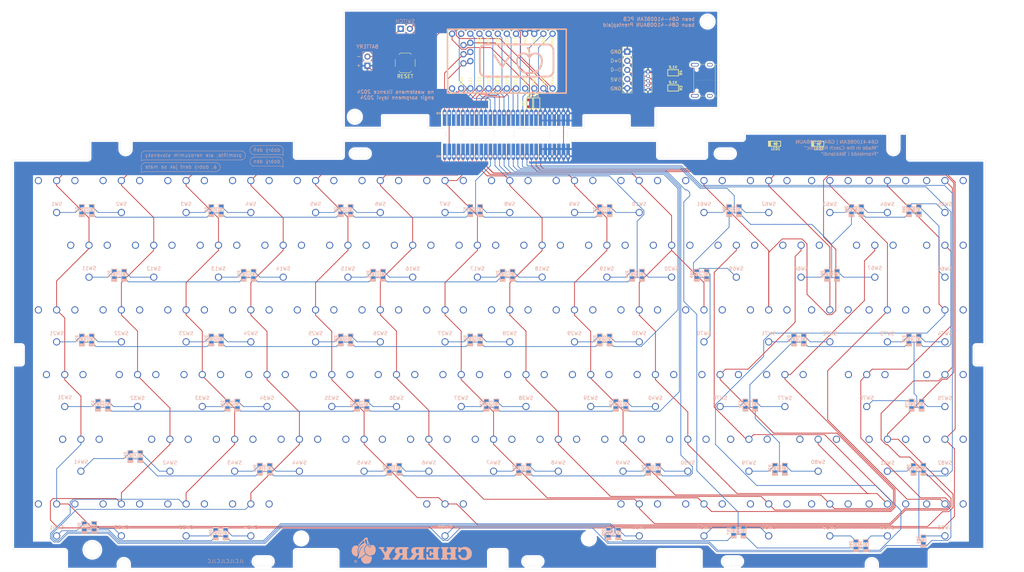
<source format=kicad_pcb>
(kicad_pcb (version 20240108) (generator "pcbnew") (generator_version "8.0")
  (layers (0 "F.Cu" signal) (31 "B.Cu" signal) (34 "B.Paste" user) (35 "F.Paste" user) (36 "B.SilkS" user "B.Silkscreen") (37 "F.SilkS" user "F.Silkscreen") (38 "B.Mask" user) (39 "F.Mask" user) (44 "Edge.Cuts" user))
  (net 0 "")
  (net 1 "Net-(D1-A)")
  (net 2 "Net-(D2-A)")
  (net 3 "Net-(D3-A)")
  (net 4 "Net-(D4-A)")
  (net 5 "Net-(D5-A)")
  (net 6 "Net-(D6-A)")
  (net 7 "Net-(D7-A)")
  (net 8 "Net-(D8-A)")
  (net 9 "Net-(D9-A)")
  (net 10 "Net-(D10-A)")
  (net 11 "Net-(D11-A)")
  (net 12 "Net-(D12-A)")
  (net 13 "Net-(D13-A)")
  (net 14 "Net-(D14-A)")
  (net 15 "Net-(D15-A)")
  (net 16 "Net-(D16-A)")
  (net 17 "Net-(D17-A)")
  (net 18 "Net-(D18-A)")
  (net 19 "Net-(D19-A)")
  (net 20 "Net-(D20-A)")
  (net 21 "Net-(D21-A)")
  (net 22 "Net-(D22-A)")
  (net 23 "Net-(D23-A)")
  (net 24 "Net-(D24-A)")
  (net 25 "Net-(D25-A)")
  (net 26 "Net-(D26-A)")
  (net 27 "Net-(D27-A)")
  (net 28 "Net-(D28-A)")
  (net 29 "Net-(D29-A)")
  (net 30 "Net-(D30-A)")
  (net 31 "Net-(D31-A)")
  (net 32 "Net-(D32-A)")
  (net 33 "Net-(D33-A)")
  (net 34 "Net-(D34-A)")
  (net 35 "Net-(D35-A)")
  (net 36 "Net-(D36-A)")
  (net 37 "Net-(D37-A)")
  (net 38 "Net-(D38-A)")
  (net 39 "Net-(D39-A)")
  (net 40 "Net-(D40-A)")
  (net 41 "Net-(D41-A)")
  (net 42 "Net-(D42-A)")
  (net 43 "Net-(D43-A)")
  (net 44 "Net-(D44-A)")
  (net 45 "Net-(D45-A)")
  (net 46 "Net-(D46-A)")
  (net 47 "Net-(D47-A)")
  (net 48 "Net-(D48-A)")
  (net 49 "Net-(D49-A)")
  (net 50 "Net-(D50-A)")
  (net 51 "Net-(D53-A)")
  (net 52 "Net-(D51-A)")
  (net 53 "Net-(D57-A)")
  (net 54 "Net-(D58-A)")
  (net 55 "Net-(D61-A)")
  (net 56 "Net-(D62-A)")
  (net 57 "Net-(D63-A)")
  (net 58 "Net-(D64-A)")
  (net 59 "Net-(D65-A)")
  (net 60 "Net-(D66-A)")
  (net 61 "Net-(D67-A)")
  (net 62 "Net-(D68-A)")
  (net 63 "Net-(D69-A)")
  (net 64 "Net-(D70-A)")
  (net 65 "Net-(D71-A)")
  (net 66 "Net-(D72-A)")
  (net 67 "Net-(D73-A)")
  (net 68 "Net-(D74-A)")
  (net 69 "Net-(D75-A)")
  (net 70 "Net-(D76-A)")
  (net 71 "Net-(D77-A)")
  (net 72 "Net-(D78-A)")
  (net 73 "Net-(D79-A)")
  (net 74 "Net-(D80-A)")
  (net 75 "R9")
  (net 76 "Net-(D81-A)")
  (net 77 "Net-(D82-A)")
  (net 78 "Net-(D83-A)")
  (net 79 "Net-(D52-A)")
  (net 80 "Net-(D54-A)")
  (net 81 "Net-(D55-A)")
  (net 82 "GND")
  (net 83 "+3.7V")
  (net 84 "VBUS")
  (net 85 "D-")
  (net 86 "D+")
  (net 87 "RST")
  (net 194 "Net-(D56-A)")
  (net 254 "C4")
  (net 255 "C2")
  (net 256 "C5")
  (net 257 "C1")
  (net 258 "CAPS")
  (net 259 "NUM")
  (net 261 "Net-(D59-A)")
  (net 262 "Net-(D60-A)")
  (net 263 "R1")
  (net 264 "C7")
  (net 265 "R3")
  (net 266 "R4")
  (net 267 "R5")
  (net 268 "R6")
  (net 269 "R7")
  (net 270 "R8")
  (net 271 "C3")
  (net 272 "C6")
  (net 273 "C8")
  (net 274 "C9")
  (net 275 "C10")
  (net 277 "R2")
  (net 278 "Net-(J4-Pin_20)")
  (net 279 "Net-(J4-Pin_21)")
  (net 280 "Net-(J5-Pin_20)")
  (net 281 "Net-(J5-Pin_21)")
  (net 283 "Net-(J6-CC2)")
  (net 287 "Net-(J6-CC1)")
  (net 288 "Net-(J1-Pin_2)")
  (footprint "Cherry_ML:THIN_ML_1u" (layer "F.Cu") (at 193.33 156)
    (property "Reference" "SW38")
    (property "Value" "ML")
  )
  (footprint "usb-c:TYPE-C-31-M-12" (layer "F.Cu") (at 244.46 74.08 90)
    (property "Reference" "J6" (hide yes))
    (property "Value" "USB_C_Receptacle_USB2.0_14P")
  )
  (footprint "Cherry_ML:THIN_ML_1u" (layer "F.Cu") (at 260.83 138)
    (property "Reference" "SW71")
    (property "Value" "ML")
  )
  (footprint "Cherry_ML:THIN_ML_1u" (layer "F.Cu") (at 121.33 156)
    (property "Reference" "SW34")
    (property "Value" "ML")
  )
  (footprint "Cherry_ML:THIN_ML_1uS" (layer "F.Cu") (at 309.83 120)
    (property "Reference" "SW66")
    (property "Value" "ML")
  )
  (footprint "Keebio-Parts:breakaway-mousebites" (layer "F.Cu") (at 172.92 90.754)
    (property "Reference" "REF4" (hide yes))
    (property "Value" "breakaway-mousebites" (hide yes))
  )
  (footprint "Cherry_ML:THIN_ML_1u" (layer "F.Cu") (at 80.83 102)
    (property "Reference" "SW2")
    (property "Value" "ML")
  )
  (footprint "Cherry_ML:THIN_ML_1u" (layer "F.Cu") (at 233.83 120)
    (property "Reference" "SW20")
    (property "Value" "ML")
  )
  (footprint "Cherry_ML:THIN_ML_1uS" (layer "F.Cu") (at 309.83 138)
    (property "Reference" "SW74")
    (property "Value" "ML")
  )
  (footprint "Cherry_ML:THIN_ML_1u" (layer "F.Cu") (at 202.33 174)
    (property "Reference" "SW48")
    (property "Value" "ML")
  )
  (footprint "Cherry_ML:THIN_ML_1u" (layer "F.Cu") (at 224.83 102)
    (property "Reference" "SW10")
    (property "Value" "ML")
  )
  (footprint "Cherry_ML:THIN_ML_1u" (layer "F.Cu") (at 134.83 138)
    (property "Reference" "SW25")
    (property "Value" "ML")
  )
  (footprint "Cherry_ML:THIN_ML_1u" (layer "F.Cu") (at 238.33 174)
    (property "Reference" "SW50")
    (property "Value" "ML")
  )
  (footprint "Keebio-Parts:R_0805" (layer "F.Cu") (at 234.25 72 180)
    (property "Reference" "R4")
    (property "Value" "5.1K")
  )
  (footprint "Cherry_ML:THIN_ML_1uS" (layer "F.Cu") (at 309.83 174)
    (property "Reference" "SW82")
    (property "Value" "ML")
  )
  (footprint "Cherry_ML:THIN_ML_1u" (layer "F.Cu") (at 152.83 138)
    (property "Reference" "SW26")
    (property "Value" "ML")
  )
  (footprint "Cherry_ML:THIN_ML_1u" (layer "F.Cu") (at 143.83 120)
    (property "Reference" "SW15")
    (property "Value" "ML")
  )
  (footprint "Cherry_ML:THIN_ML_1u" (layer "F.Cu") (at 206.83 102)
    (property "Reference" "SW9")
    (property "Value" "ML")
  )
  (footprint "Cherry_ML:THIN_ML_1uS" (layer "F.Cu") (at 293.83 174)
    (property "Reference" "SW81")
    (property "Value" "ML")
  )
  (footprint "Cherry_ML:THIN_ML_1u" (layer "F.Cu") (at 80.83 192)
    (property "Reference" "SW52")
    (property "Value" "ML")
  )
  (footprint "Cherry_ML:THIN_ML_1u" (layer "F.Cu") (at 98.83 102)
    (property "Reference" "SW3")
    (property "Value" "ML")
  )
  (footprint "Cherry_ML:THIN_ML_1u" (layer "F.Cu") (at 85.33 156)
    (property "Reference" "SW32")
    (property "Value" "ML")
  )
  (footprint "Cherry_ML:THIN_ML_1u" (layer "F.Cu") (at 157.33 156)
    (property "Reference" "SW36")
    (property "Value" "ML")
  )
  (footprint "Cherry_ML:THIN_ML_1.25u" (layer "F.Cu") (at 274.58 174)
    (property "Reference" "SW80")
    (property "Value" "ML")
  )
  (footprint "Cherry_ML:THIN_ML_1u" (layer "F.Cu") (at 269.83 120)
    (property "Reference" "SW68")
    (property "Value" "ML")
  )
  (footprint "Cherry_ML:THIN_ML_1u" (layer "F.Cu") (at 251.83 120)
    (property "Reference" "SW69")
    (property "Value" "ML")
  )
  (footprint "Cherry_ML:THIN_ML_1u" (layer "F.Cu") (at 229.33 156)
    (property "Reference" "SW40")
    (property "Value" "ML")
  )
  (footprint "Cherry_ML:THIN_ML_1uS" (layer "F.Cu") (at 255.33 174)
    (property "Reference" "SW79")
    (property "Value" "ML")
  )
  (footprint "Cherry_ML:THIN_ML_1u" (layer "F.Cu") (at 98.83 138)
    (property "Reference" "SW23")
    (property "Value" "ML")
  )
  (footprint "Keebio-Parts:D_0805" (layer "F.Cu") (at 262.75 91.75)
    (property "Reference" "LED1")
    (property "Value" "52" (hide yes))
  )
  (footprint "Cherry_ML:THIN_ML_1uS" (layer "F.Cu") (at 293.83 192)
    (property "Reference" "SW60")
    (property "Value" "ML")
  )
  (footprint "Cherry_ML:THIN_ML_1u" (layer "F.Cu") (at 80.83 138)
    (property "Reference" "SW22")
    (property "Value" "ML")
  )
  (footprint "Cherry_ML:THIN_ML_1u" (layer "F.Cu") (at 62.83 102)
    (property "Reference" "SW1")
    (property "Value" "ML")
  )
  (footprint "Cherry_ML:THIN_ML_5u" (layer "F.Cu") (at 170.83 192)
    (property "Reference" "SW55")
    (property "Value" "ML")
  )
  (footprint "Cherry_ML:THIN_ML_1u" (layer "F.Cu") (at 62.83 138)
    (property "Reference" "SW21")
    (property "Value" "ML")
  )
  (footprint "Cherry_ML:THIN_ML_1u" (layer "F.Cu") (at 152.83 102)
    (property "Reference" "SW6")
    (property "Value" "ML")
  )
  (footprint "Cherry_ML:THIN_ML_1u" (layer "F.Cu") (at 116.83 192)
    (property "Reference" "SW54")
    (property "Value" "ML")
  )
  (footprint "Cherry_ML:THIN_ML_1uS" (layer "F.Cu") (at 277.83 102)
    (property "Reference" "SW63")
    (property "Value" "ML")
  )
  (footprint "Cherry_ML:THIN_ML_1u" (layer "F.Cu") (at 211.33 156)
    (property "Reference" "SW39")
    (property "Value" "ML")
  )
  (footprint "Keebio-Parts:breakaway-mousebites" (layer "F.Cu") (at 187.31 90.754)
    (property "Reference" "REF5" (hide yes))
    (property "Value" "breakaway-mousebites" (hide yes))
  )
  (footprint "Cherry_ML:THIN_ML_1u" (layer "F.Cu") (at 116.83 102)
    (property "Reference" "SW4")
    (property "Value" "ML")
  )
  (footprint "Cherry_ML:THIN_ML_1u" (layer "F.Cu") (at 188.83 102)
    (property "Reference" "SW8")
    (property "Value" "ML")
  )
  (footprint "Cherry_ML:THIN_ML_1u" (layer "F.Cu") (at 170.83 102)
    (property "Reference" "SW7")
    (property "Value" "ML")
  )
  (footprint "Cherry_ML:THIN_ML_1u" (layer "F.Cu") (at 175.33 156)
    (property "Reference" "SW37")
    (property "Value" "ML")
  )
  (footprint "Cherry_ML:THIN_ML_1u" (layer "F.Cu") (at 148.33 174)
    (property "Reference" "SW45")
    (property "Value" "ML")
  )
  (footprint "Cherry_ML:THIN_ML_1u" (layer "F.Cu") (at 89.83 120)
    (property "Reference" "SW12")
    (property "Value" "ML")
  )
  (footprint "Keebio-Parts:R_0805" (layer "F.Cu") (at 234.25 76.25 180)
    (property "Reference" "R3")
    (property "Value" "5.1K")
  )
  (footprint "Keebio-Parts:R_0805" (layer "F.Cu") (at 194.33 80.5 -90)
    (property "Reference" "R2")
    (property "Value" "52")
  )
  (footprint "Cherry_ML:THIN_ML_1u" (layer "F.Cu") (at 62.83 192)
    (property "Reference" "SW51")
    (property "Value" "ML")
  )
  (footprint "Cherry_ML:THIN_ML_1u" (layer "F.Cu") (at 265.33 156)
    (property "Reference" "SW77")
    (property "Value" "ML")
  )
  (footprint "Cherry_ML:THIN_ML_1u" (layer "F.Cu") (at 247.33 156)
    (property "Reference" "SW78")
    (property "Value" "ML")
  )
  (footprint "Cherry_ML:THIN_ML_1.5u" (layer "F.Cu") (at 288.08 156)
    (property "Reference" "SW76")
    (property "Value" "ML")
  )
  (footprint "Cherry_ML:THIN_ML_1u" (layer "F.Cu") (at 242.83 138)
    (property "Reference" "SW70")
    (property "Value" "ML")
  )
  (footprint "Button_Switch_SMD:SW_Push_1P1T_XKB_TS-1187A" (layer "F.Cu") (at 159.75 69.25)
    (property "Reference" "RST1" (hide yes))
    (property "Value" "RESET")
  )
  (footprint "Keebio-Parts:breakaway-mousebites" (layer "F.Cu") (at 187.35 87.496 180)
    (property "Reference" "REF2" (hide yes))
    (property "Value" "breakaway-mousebites" (hide yes))
  )
  (footprint "Keebio-Parts:breakaway-mousebites" (layer "F.Cu") (at 172.96 87.496 180)
    (property "Reference" "REF1" (hide yes))
    (property "Value" "breakaway-mousebites" (hide yes))
  )
  (footprint "Cherry_ML:THIN_ML_1u" (layer "F.Cu") (at 125.83 120)
    (property "Reference" "SW14")
    (property "Value" "ML")
  )
  (footprint "Cherry_ML:THIN_ML_1u" (layer "F.Cu") (at 139.33 156)
    (property "Reference" "SW35")
    (property "Value" "ML")
  )
  (footprint "Connector_PinSocket_1.27mm:PinSocket_1x28_P1.27mm_Vertical" (layer "F.Cu") (at 170.75 95.25 90)
    (property "Reference" "J5" (hide yes))
    (property "Value" "Conn_01x28_Pin")
  )
  (footprint "Cherry_ML:THIN_ML_1u" (layer "F.Cu") (at 197.83 120)
    (property "Reference" "SW18")
    (property "Value" "ML")
  )
  (footprint "Keebio-Parts:D_0805" (layer "F.Cu") (at 274.75 91.75)
    (property "Reference" "LED2")
    (property "Value" "52" (hide yes))
  )
  (footprint "Cherry_ML:THIN_ML_1u" (layer "F.Cu") (at 206.83 138)
    (property "Reference" "SW29")
    (property "Value" "ML")
  )
  (footprint "Cherry_ML:THIN_ML_1uS" (layer "F.Cu") (at 309.83 102)
    (property "Reference" "SW65")
    (property "Value" "ML")
  )
  (footprint "Cherry_ML:THIN_ML_1u" (layer "F.Cu") (at 161.83 120)
    (property "Reference" "SW16")
    (property "Value" "ML")
  )
  (footprint "Connector_PinHeader_2.54mm:PinHeader_1x05_P2.54mm_Vertical" (layer "F.Cu") (at 221.5 66.13)
    (property "Reference" "J3" (hide yes))
    (property "Value" "USB_BREAKOUT")
  )
  (footprint "Cherry_ML:THIN_ML_1.75u" (layer "F.Cu") (at 69.58 174)
    (property "Reference" "SW41")
    (property "Value" "ML")
  )
  (footprint "Cherry_ML:THIN_ML_1u" (layer "F.Cu") (at 98.83 192)
    (property "Reference" "SW53")
    (property "Value" "ML")
  )
  (footprint "Cherry_ML:THIN_ML_1uS" (layer "F.Cu") (at 277.83 138)
    (property "Reference" "SW72")
    (property "Value" "ML")
  )
  (footprint "Cherry_ML:THIN_ML_1u" (layer "F.Cu") (at 184.33 174)
    (property "Reference" "SW47")
    (property "Value" "ML")
  )
  (footprint "Cherry_ML:THIN_ML_1uS" (layer "F.Cu") (at 309.83 156)
    (property "Reference" "SW75")
    (property "Value" "ML")
  )
  (footprint "Cherry_ML:THIN_ML_1uS" (layer "F.Cu") (at 309.83 192)
    (property "Reference" "SW83")
    (property "Value" "ML")
  )
  (footprint "Cherry_ML:THIN_ML_1.25u" (layer "F.Cu") (at 65.08 156)
    (property "Reference" "SW31")
    (property "Value" "ML")
  )
  (footprint "Cherry_ML:THIN_ML_1u" (layer "F.Cu") (at 112.33 174)
    (property "Reference" "SW43")
    (property "Value" "ML")
  )
  (footprint "Connector_PinHeader_1.27mm:PinHeader_1x05_P1.27mm_Vertical" (layer "F.Cu") (at 227.25 71.67)
    (property "Reference" "J2" (hide yes))
    (property "Value" "USB")
  )
  (footprint "Keebio-Parts:R_0805" (layer "F.Cu") (at 196.33 80.5 -90)
    (property "Reference" "R1")
    (property "Value" "52" (hide yes))
  )
  (footprint "Cherry_ML:THIN_ML_1u" (layer "F.Cu") (at 103.33 156)
    (property "Reference" "SW33")
    (property "Value" "ML")
  )
  (footprint "Cherry_ML:THIN_ML_1u" (layer "F.Cu") (at 215.83 120)
    (property "Reference" "SW19")
    (property "Value" "ML")
  )
  (footprint "Keebio-Parts:breakaway-mousebites" (layer "F.Cu") (at 202.81 90.754)
    (property "Reference" "REF6" (hide yes))
    (property "Value" "breakaway-mousebites" (hide yes))
  )
  (footprint "Connector_PinSocket_1.27mm:PinSocket_1x28_P1.27mm_Vertical" (layer "F.Cu") (at 170.71 83.25 90)
    (property "Reference" "J4" (hide yes))
    (property "Value" "Conn_01x28_Pin" (hide yes))
  )
  (footprint "Cherry_ML:THIN_ML_1u" (layer "F.Cu") (at 107.83 120)
    (property "Reference" "SW13")
    (property "Value" "ML")
  )
  (footprint "Cherry_ML:THIN_ML_1u" (layer "F.Cu") (at 220.33 174)
    (property "Reference" "SW49")
    (property "Value" "ML")
  )
  (footprint "Cherry_ML:THIN_ML_1u" (layer "F.Cu") (at 170.83 138)
    (property "Reference" "SW27")
    (property "Value" "ML")
  )
  (footprint "Cherry_ML:THIN_ML_1uS" (layer "F.Cu") (at 293.83 102)
    (property "Reference" "SW64")
    (property "Value" "ML")
  )
  (footprint "Cherry_ML:THIN_ML_1u" (layer "F.Cu") (at 116.83 138)
    (property "Reference" "SW24")
    (property "Value" "ML")
  )
  (footprint "Cherry_ML:THIN_ML_1u" (layer "F.Cu") (at 224.83 138)
    (property "Reference" "SW30")
    (property "Value" "ML")
  )
  (footprint "Cherry_ML:THIN_ML_1u" (layer "F.Cu") (at 260.83 102)
    (property "Reference" "SW62")
    (property "Value" "ML")
  )
  (footprint "Cherry_ML:THIN_ML_1uS" (layer "F.Cu") (at 277.83 192)
    (property "Reference" "SW59")
    (property "Value" "ML")
  )
  (footprint "random-keyboard-parts:nice_nano_clone_combo" (layer "F.Cu") (at 186.75 68.75 180)
    (property "Reference" "U1" (hide yes))
    (property "Value" "nice_nano" (hide yes))
  )
  (footprint "Cherry_ML:THIN_ML_1uL" (layer "F.Cu") (at 71.83 120)
    (property "Reference" "SW11")
    (property "Value" "ML")
  )
  (footprint "Cherry_ML:THIN_ML_1u" (layer "F.Cu") (at 242.83 192)
    (property "Reference" "SW57")
    (property "Value" "ML")
  )
  (footprint "Cherry_ML:THIN_ML_1u" (layer "F.Cu") (at 179.83 120)
    (property "Reference" "SW17")
    (property "Value" "ML")
  )
  (footprint "Cherry_ML:THIN_ML_1u" (layer "F.Cu") (at 134.83 102)
    (property "Reference" "SW5")
    (property "Value" "ML")
  )
  (footprint "Cherry_ML:THIN_ML_1u" (layer "F.Cu") (at 224.83 192)
    (property "Reference" "SW56")
    (property "Value" "ML")
  )
  (footprint "Keebio-Parts:breakaway-mousebites" (layer "F.Cu") (at 202.85 87.496 180)
    (property "Reference" "REF3" (hide yes))
    (property "Value" "breakaway-mousebites" (hide yes))
  )
  (footprint "Cherry_ML:THIN_ML_1uS" (layer "F.Cu") (at 293.83 138)
    (property "Reference" "SW73")
    (property "Value" "ML")
  )
  (footprint "Cherry_ML:THIN_ML_1u" (layer "F.Cu") (at 242.83 102)
    (property "Reference" "SW61")
    (property "Value" "ML")
  )
  (footprint "Cherry_ML:THIN_ML_1.25u" (layer "F.Cu") (at 290.33 120)
    (property "Reference" "SW67")
    (property "Value" "ML")
  )
  (footprint "Cherry_ML:THIN_ML_1u" (layer "F.Cu") (at 94.33 174)
    (property "Reference" "SW42")
    (property "Value" "ML")
  )
  (footprint "Cherry_ML:THIN_ML_1u" (layer "F.Cu") (at 188.83 138)
    (property "Reference" "SW28")
    (property "Value" "ML")
  )
  (footprint "Cherry_ML:THIN_ML_1u" (layer "F.Cu") (at 260.83 192)
    (property "Reference" "SW58")
    (property "Value" "ML")
  )
  (footprint "Cherry_ML:THIN_ML_1u" (layer "F.Cu") (at 166.33 174)
    (property "Reference" "SW46")
    (property "Value" "ML")
  )
  (footprint "Cherry_ML:THIN_ML_1u" (layer "F.Cu") (at 130.33 174)
    (property "Reference" "SW44")
    (property "Value" "ML")
  )
  (footprint "Keebio-Parts:D_0805" (layer "B.Cu") (at 108.58 146.05 90)
    (property "Reference" "D24")
    (property "Value" "D" (hide yes))
  )
  (footprint "Keebio-Parts:D_0805" (layer "B.Cu") (at 105.83 146.05 90)
    (property "Reference" "D23")
    (property "Value" "D" (hide yes))
  )
  (footprint "Keebio-Parts:D_0805" (layer "B.Cu") (at 180.58 146.05 90)
    (property "Reference" "D28")
    (property "Value" "D" (hide yes))
  )
  (footprint "LOGO" (layer "B.Cu") (at 161.58 205 180)
    (property "Reference" "G1" (hide yes))
    (property "Value" "LOGO" (hide yes))
  )
  (footprint "Keebio-Parts:D_0805" (layer "B.Cu") (at 221.08 164.2 90)
    (property "Reference" "D40")
    (property "Value" "D" (hide yes))
  )
  (footprint "Keebio-Parts:D_0805" (layer "B.Cu") (at 141.83 110.05 90)
    (property "Reference" "D5")
    (property "Value" "D" (hide yes))
  )
  (footprint "Keebio-Parts:D_0805" (layer "B.Cu") (at 287.83 203.3 90)
    (property "Reference" "D60")
    (property "Value" "D" (hide yes))
  )
  (footprint "Keebio-Parts:D_0805" (layer "B.Cu") (at 155.33 182.05 90)
    (property "Reference" "D45")
    (property "Value" "D" (hide yes))
  )
  (footprint "Keebio-Parts:D_0805" (layer "B.Cu") (at 213.83 146.05 90)
    (property "Reference" "D29")
    (property "Value" "D" (hide yes))
  )
  (footprint "Keebio-Parts:D_0805" (layer "B.Cu") (at 303.83 182.05 90)
    (property "Reference" "D82")
    (property "Value" "D" (hide yes))
  )
  (footprint "Keebio-Parts:D_0805" (layer "B.Cu") (at 114.83 128.05 90)
    (property "Reference" "D13")
    (property "Value" "D" (hide yes))
  )
  (footprint "Keebio-Parts:D_0805" (layer "B.Cu") (at 185.08 164.2 90)
    (property "Reference" "D38")
    (property "Value" "D" (hide yes))
  )
  (footprint "Keebio-Parts:D_0805" (layer "B.Cu") (at 189.58 128.05 90)
    (property "Reference" "D18")
    (property "Value" "D" (hide yes))
  )
  (footprint "Keebio-Parts:D_0805" (layer "B.Cu") (at 69.83 146.05 90)
    (property "Reference" "D21")
    (property "Value" "D" (hide yes))
  )
  (footprint "Keebio-Parts:D_0805" (layer "B.Cu") (at 285.08 203.3 90)
    (property "Reference" "D59")
    (property "Value" "D" (hide yes))
  )
  (footprint "Keebio-Parts:D_0805" (layer "B.Cu") (at 249.83 110.05 90)
    (property "Reference" "D61")
    (property "Value" "D" (hide yes))
  )
  (footprint "Keebio-Parts:D_0805" (layer "B.Cu") (at 150.83 128.05 90)
    (property "Reference" "D15")
    (property "Value" "D" (hide yes))
  )
  (footprint "Keebio-Parts:D_0805" (layer "B.Cu") (at 70.5 198.25 90)
    (property "Reference" "D51")
    (property "Value" "D" (hide yes))
  )
  (footprint "Keebio-Parts:D_0805" (layer "B.Cu") (at 122.08 182.05 90)
    (property "Reference" "D44")
    (property "Value" "D" (hide yes))
  )
  (footprint "Keebio-Parts:D_0805" (layer "B.Cu") (at 283.83 110.05 90)
    (property "Reference" "D63")
    (property "Value" "D" (hide yes))
  )
  (footprint "Keebio-Parts:D_0805" (layer "B.Cu") (at 225.58 128.05 90)
    (property "Reference" "D20")
    (property "Value" "D" (hide yes))
  )
  (footprint "Keebio-Parts:D_0805" (layer "B.Cu") (at 216.58 110.05 90)
    (property "Reference" "D10")
    (property "Value" "D" (hide yes))
  )
  (footprint "Keebio-Parts:D_0805" (layer "B.Cu") (at 252.58 110.05 90)
    (property "Reference" "D62")
    (property "Value" "D" (hide yes))
  )
  (footprint "Keebio-Parts:D_0805" (layer "B.Cu") (at 251.08 199.5 90)
    (property "Reference" "D57")
    (property "Value" "D" (hide yes))
  )
  (footprint "Keebio-Parts:D_0805" (layer "B.Cu") (at 144.58 146.05 90)
    (property "Reference" "D26")
    (property "Value" "D" (hide yes))
  )
  (footprint "Keebio-Parts:D_0805" (layer "B.Cu") (at 227.33 182.05 90)
    (property "Reference" "D49")
    (property "Value" "D" (hide yes))
  )
  (footprint "Keebio-Parts:D_0805" (layer "B.Cu") (at 230.08 182.05 90)
    (property "Reference" "D50")
    (property "Value" "D" (hide yes))
  )
  (footprint "Connector_PinSocket_2.54mm:PinSocket_1x02_P2.54mm_Vertical" (layer "B.Cu") (at 158.5 59.75 -90)
    (property "Reference" "J7" (hide yes))
    (property "Value" "BATTERY_SW" (hide yes))
  )
  (footprint "Keebio-Parts:D_0805" (layer "B.Cu") (at 110.33 164.2 90)
    (property "Reference" "D33")
    (property "Value" "D" (hide yes))
  )
  (footprint "Keebio-Parts:D_0805" (layer "B.Cu") (at 243.58 128.05 90)
    (property "Reference" "D70")
    (property "Value" "D" (hide yes))
  )
  (footprint "Keebio-Parts:D_0805" (layer "B.Cu") (at 253.83 199.5 90)
    (property "Reference" "D58")
    (property "Value" "D" (hide yes))
  )
  (footprint "Keebio-Parts:D_0805" (layer "B.Cu") (at 77.08 164.2 90)
    (property "Reference" "D32")
    (property "Value" "D" (hide yes))
  )
  (footprint "Keebio-Parts:D_0805" (layer "B.Cu") (at 186.83 128.05 90)
    (property "Reference" "D17")
    (property "Value" "D" (hide yes))
  )
  (footprint "Keebio-Parts:D_0805" (layer "B.Cu") (at 73.25 198.25 90)
    (property "Reference" "D52")
    (property "Value" "D" (hide yes))
  )
  (footprint "LOGO" (layer "B.Cu") (at 190.83 68.75 180)
    (property "Reference" "G4" (hide yes))
    (property "Value" "LOGO" (hide yes))
  )
  (footprint "Keebio-Parts:D_0805" (layer "B.Cu") (at 216.58 146.05 90)
    (property "Reference" "D30")
    (property "Value" "D" (hide yes))
  )
  (footprint "Keebio-Parts:D_0805" (layer "B.Cu") (at 277.08 128.05 90)
    (property "Reference" "D68")
    (property "Value" "D" (hide yes))
  )
  (footprint "Keebio-Parts:D_0805" (layer "B.Cu") (at 83.33 178.5 90)
    (property "Reference" "D41")
    (property "Value" "D" (hide yes))
  )
  (footprint "Keebio-Parts:D_0805" (layer "B.Cu") (at 302.58 110.05 90)
    (property "Reference" "D66")
    (property "Value" "D" (hide yes))
  )
  (footprint "Keebio-Parts:D_0805" (layer "B.Cu") (at 216.25 200 90)
    (property "Reference" "D55")
    (property "Value" "D" (hide yes))
  )
  (footprint "Keebio-Parts:D_0805" (layer "B.Cu") (at 257.08 164.2 90)
    (property "Reference" "D77")
    (property "Value" "D" (hide yes))
  )
  (footprint "Keebio-Parts:D_0805" (layer "B.Cu") (at 144.58 110.05 90)
    (property "Reference" "D6")
    (property "Value" "D" (hide yes))
  )
  (footprint "Keebio-Parts:D_0805" (layer "B.Cu") (at 109.83 200.05 90)
    (property "Reference" "D54")
    (property "Value" "D" (hide yes))
  )
  (footprint "Keebio-Parts:D_0805" (layer "B.Cu") (at 194.08 182.05 90)
    (property "Reference" "D48")
    (property "Value" "D" (hide yes))
  )
  (footprint "Keebio-Parts:D_0805" (layer "B.Cu") (at 270.58 146.05 90)
    (property "Reference" "D72")
    (property "Value" "D" (hide yes))
  )
  (footprint "Keebio-Parts:D_0805" (layer "B.Cu") (at 86.08 178.5 90)
    (property "Reference" "D42")
    (property "Value" "D" (hide yes))
  )
  (footprint "Keebio-Parts:D_0805" (layer "B.Cu") (at 182.33 164.2 90)
    (property "Reference" "D37")
    (property "Value" "D" (hide yes))
  )
  (footprint "Keebio-Parts:D_0805" (layer "B.Cu") (at 286.58 110.05 90)
    (property "Reference" "D64")
    (property "Value" "D" (hide yes))
  )
  (footprint "Keebio-Parts:D_0805" (layer "B.Cu") (at 265.33 182.05 90)
    (property "Reference" "D80")
    (property "Value" "D" (hide yes))
  )
  (footprint "Keebio-Parts:D_0805" (layer "B.Cu") (at 105.83 110.05 90)
    (property "Reference" "D3")
    (property "Value" "D" (hide yes))
  )
  (footprint "Keebio-Parts:D_0805" (layer "B.Cu") (at 299.83 146.05 90)
    (property "Reference" "D73")
    (property "Value" "D" (hide yes))
  )
  (footprint "Keebio-Parts:D_0805" (layer "B.Cu") (at 302.58 146.05 90)
    (property "Reference" "D74")
    (property "Value" "D" (hide yes))
  )
  (footprint "Keebio-Parts:D_0805" (layer "B.Cu") (at 177.83 146.05 90)
    (property "Reference" "D27")
    (property "Value" "D" (hide yes))
  )
  (footprint "Keebio-Parts:D_0805" (layer "B.Cu") (at 113.08 164.2 90)
    (property "Reference" "D34")
    (property "Value" "D" (hide yes))
  )
  (footprint "Keebio-Parts:D_0805" (layer "B.Cu") (at 180.58 110.05 90)
    (property "Reference" "D8")
    (property "Value" "D" (hide yes))
  )
  (footprint "Keebio-Parts:D_0805" (layer "B.Cu") (at 177.83 110.05 90)
    (property "Reference" "D7")
    (property "Value" "D" (hide yes))
  )
  (footprint "Keebio-Parts:D_0805" (layer "B.Cu") (at 300.58 164.2 90)
    (property "Reference" "D76")
    (property "Value" "D" (hide yes))
  )
  (footprint "Keebio-Parts:D_0805" (layer "B.Cu") (at 141.83 146.05 90)
    (property "Reference" "D25")
    (property "Value" "D" (hide yes))
  )
  (footprint "Keebio-Parts:D_0805" (layer "B.Cu") (at 72.58 146.05 90)
    (property "Reference" "D22")
    (property "Value" "D" (hide yes))
  )
  (footprint "Connector_PinSocket_2.54mm:PinSocket_1x02_P2.54mm_Vertical" (layer "B.Cu") (at 149.25 70.04)
    (property "Reference" "J1" (hide yes))
    (property "Value" "BATTERY")
  )
  (footprint "Keebio-Parts:D_0805" (layer "B.Cu") (at 72.58 110.05 90)
    (property "Reference" "D2")
    (property "Value" "D" (hide yes))
  )
  (footprint "Keebio-Parts:D_0805" (layer "B.Cu") (at 218.33 164.2 90)
    (property "Reference" "D39")
    (property "Value" "D" (hide yes))
  )
  (footprint "Keebio-Parts:D_0805" (layer "B.Cu") (at 74.33 164.2 90)
    (property "Reference" "D31")
    (property "Value" "D" (hide yes))
  )
  (footprint "Keebio-Parts:D_0805" (layer "B.Cu") (at 262.58 182.05 90)
    (property "Reference" "D79")
    (property "Value" "D" (hide yes))
  )
  (footprint "Keebio-Parts:D_0805" (layer "B.Cu") (at 153.58 128.05 90)
    (property "Reference" "D16")
    (property "Value" "D" (hide yes))
  )
  (footprint "Keebio-Parts:D_0805" (layer "B.Cu") (at 119.33 182.05 90)
    (property "Reference" "D43")
    (property "Value" "D" (hide yes))
  )
  (footprint "Keebio-Parts:D_0805" (layer "B.Cu") (at 303.83 202 90)
    (property "Reference" "D83")
    (property "Value" "D" (hide yes))
  )
  (footprint "Keebio-Parts:D_0805" (layer "B.Cu") (at 279.83 128.05 90)
    (property "Reference" "D67")
    (property "Value" "D" (hide yes))
  )
  (footprint "Keebio-Parts:D_0805" (layer "B.Cu") (at 158.08 182.05 90)
    (property "Reference" "D46")
    (property "Value" "D" (hide yes))
  )
  (footprint "Keebio-Parts:D_0805" (layer "B.Cu") (at 146.33 164.2 90)
    (property "Reference" "D35")
    (property "Value" "D" (hide yes))
  )
  (footprint "Keebio-Parts:D_0805" (layer "B.Cu") (at 78.83 128.05 90)
    (property "Reference" "D11")
    (property "Value" "D" (hide yes))
  )
  (footprint "Keebio-Parts:D_0805" (layer "B.Cu") (at 191.33 182.05 90)
    (property "Reference" "D47")
    (property "Value" "D" (hide yes))
  )
  (footprint "Keebio-Parts:D_0805" (layer "B.Cu") (at 301.08 182.05 90)
    (property "Reference" "D81")
    (property "Value" "D" (hide yes))
  )
  (footprint "Keebio-Parts:D_0805" (layer "B.Cu") (at 254.33 164.2 90)
    (property "Reference" "D78")
    (property "Value" "D" (hide yes))
  )
  (footprint "Keebio-Parts:D_0805" (layer "B.Cu") (at 81.58 128.05 90)
    (property "Reference" "D12")
    (property "Value" "D" (hide yes))
  )
  (footprint "Keebio-Parts:D_0805" (layer "B.Cu") (at 117.58 128.05 90)
    (property "Reference" "D14")
    (property "Value" "D" (hide yes))
  )
  (footprint "Keebio-Parts:D_0805" (layer "B.Cu") (at 213.83 110.05 90)
    (property "Reference" "D9")
    (property "Value" "D" (hide yes))
  )
  (footprint "Keebio-Parts:D_0805" (layer "B.Cu") (at 107.08 200.05 90)
    (property "Reference" "D53")
    (property "Value" "D" (hide yes))
  )
  (footprint "Keebio-Parts:D_0805" (layer "B.Cu") (at 108.58 110.05 90)
    (property "Reference" "D4")
    (property "Value" "D" (hide yes))
  )
  (footprint "Keebio-Parts:D_0805" (layer "B.Cu") (at 69.83 110.05 90)
    (property "Reference" "D1")
    (property "Value" "D" (hide yes))
  )
  (footprint "Keebio-Parts:D_0805" (layer "B.Cu") (at 240.83 128.05 90)
    (property "Reference" "D69")
    (property "Value" "D" (hide yes))
  )
  (footprint "Keebio-Parts:D_0805" (layer "B.Cu") (at 222.83 128.05 90)
    (property "Reference" "D19")
    (property "Value" "D" (hide yes))
  )
  (footprint "Keebio-Parts:D_0805" (layer "B.Cu") (at 303.33 164.2 90)
    (property "Reference" "D75")
    (property "Value" "D" (hide yes))
  )
  (footprint "Keebio-Parts:D_0805" (layer "B.Cu") (at 219 200 90)
    (property "Reference" "D56")
    (property "Value" "D" (hide yes))
  )
  (footprint "Keebio-Parts:D_0805" (layer "B.Cu") (at 299.83 110.05 90)
    (property "Reference" "D65")
    (property "Value" "D" (hide yes))
  )
  (footprint "Keebio-Parts:D_0805" (layer "B.Cu") (at 267.83 146.05 90)
    (property "Reference" "D71")
    (property "Value" "D" (hide yes))
  )
  (footprint "Keebio-Parts:D_0805" (layer "B.Cu") (at 149.08 164.2 90)
    (property "Reference" "D36")
    (property "Value" "D" (hide yes))
  )
  (gr_arc (start 107.08 97) (mid 108.33 98.25) (end 107.08 99.5) (stroke (width 0.1)) (layer "B.SilkS"))
  (gr_line (start 125.83 95) (end 125.698034 94.059017) (stroke (width 0.1)) (layer "B.SilkS"))
  (gr_line (start 107.08 97) (end 87.58 97) (stroke (width 0.1)) (layer "B.SilkS"))
  (gr_line (start 117.83 95.5) (end 124.58 95.5) (stroke (width 0.1)) (layer "B.SilkS"))
  (gr_line (start 125.08 98) (end 125.83 98.25) (stroke (width 0.1)) (layer "B.SilkS"))
  (gr_arc (start 117.83 94.75) (mid 116.58 93.5) (end 117.83 92.25) (stroke (width 0.1)) (layer "B.SilkS"))
  (gr_arc (start 86.461966 98.809017) (mid 86.516686 97.592836) (end 87.58 97) (stroke (width 0.1)) (layer "B.SilkS"))
  (gr_arc (start 114.08 93.75) (mid 115.33 95) (end 114.08 96.25) (stroke (width 0.1)) (layer "B.SilkS"))
  (gr_line (start 86.461966 95.559017) (end 86.33 96.5) (stroke (width 0.1)) (layer "B.SilkS"))
  (gr_arc (start 117.83 98) (mid 116.58 96.75) (end 117.83 95.5) (stroke (width 0.1)) (layer "B.SilkS"))
  (gr_line (start 107.08 99.5) (end 87.08 99.5) (stroke (width 0.1)) (layer "B.SilkS"))
  (gr_arc (start 86.461966 95.559017) (mid 86.516686 94.342836) (end 87.58 93.75) (stroke (width 0.1)) (layer "B.SilkS"))
  (gr_line (start 86.33 99.75) (end 87.08 99.5) (stroke (width 0.1)) (layer "B.SilkS"))
  (gr_line (start 86.461966 98.809017) (end 86.33 99.75) (stroke (width 0.1)) (layer "B.SilkS"))
  (gr_line (start 86.33 96.5) (end 87.08 96.25) (stroke (width 0.1)) (layer "B.SilkS"))
  (gr_arc (start 124.58 92.25) (mid 125.643314 92.842836) (end 125.698034 94.059017) (stroke (width 0.1)) (layer "B.SilkS"))
  (gr_arc (start 124.58 95.5) (mid 125.643314 96.092836) (end 125.698034 97.309017) (stroke (width 0.1)) (layer "B.SilkS"))
  (gr_line (start 125.08 94.75) (end 125.83 95) (stroke (width 0.1)) (layer "B.SilkS"))
  (gr_line (start 125.83 98.25) (end 125.698034 97.309017) (stroke (width 0.1)) (layer "B.SilkS"))
  (gr_line (start 117.83 98) (end 125.08 98) (stroke (width 0.1)) (layer "B.SilkS"))
  (gr_line (start 114.08 96.25) (end 87.08 96.25) (stroke (width 0.1)) (layer "B.SilkS"))
  (gr_line (start 117.83 92.25) (end 124.58 92.25) (stroke (width 0.1)) (layer "B.SilkS"))
  (gr_line (start 117.83 94.75) (end 125.08 94.75) (stroke (width 0.1)) (layer "B.SilkS"))
  (gr_line (start 114.08 93.75) (end 87.58 93.75) (stroke (width 0.1)) (layer "B.SilkS"))
  (gr_line (start 80 210.25) (end 80 208.75) (stroke (width 0.05)) (layer "Edge.Cuts"))
  (gr_line (start 230 90.75) (end 230 95.25) (stroke (width 0.05)) (layer "Edge.Cuts"))
  (gr_line (start 247.25 93.25) (end 250.25 93.25) (stroke (width 0.05)) (layer "Edge.Cuts"))
  (gr_line (start 247 54.5) (end 142.5 54.5) (stroke (width 0.05)) (layer "Edge.Cuts"))
  (gr_line (start 200 87.5) (end 200 90.75) (stroke (width 0.05)) (layer "Edge.Cuts"))
  (gr_arc (start 148.75 93.25) (mid 150 94.5) (end 148.75 95.75) (stroke (width 0.05)) (layer "Edge.Cuts"))
  (gr_line (start 190 90.75) (end 200 90.75) (stroke (width 0.05)) (layer "Edge.Cuts"))
  (gr_line (start 183.5 204.75) (end 187.5 204.75) (stroke (width 0.05)) (layer "Edge.Cuts"))
  (gr_line (start 299.5 88.75) (end 299.5 95.75) (stroke (width 0.05)) (layer "Edge.Cuts"))
  (gr_line (start 204.83 87.5) (end 209.5 87.5) (stroke (width 0.05)) (layer "Edge.Cuts"))
  (gr_arc (start 288 208.75) (mid 289.5 207.25) (end 291 208.75) (stroke (width 0.05)) (layer "Edge.Cuts"))
  (gr_line (start 142.5 87.5) (end 153.5 87.5) (stroke (width 0.05)) (layer "Edge.Cuts"))
  (gr_arc (start 129 205.25) (mid 129.146447 204.896447) (end 129.5 204.75) (stroke (width 0.05)) (layer "Edge.Cuts"))
  (gr_arc (start 230.5 95.75) (mid 230.146447 95.603553) (end 230 95.25) (stroke (width 0.05)) (layer "Edge.Cuts"))
  (gr_line (start 53 153.25) (end 50.5 153.25) (stroke (width 0.05)) (layer "Edge.Cuts"))
  (gr_line (start 242 210.25) (end 288 210.25) (stroke (width 0.05)) (layer "Edge.Cuts"))
  (gr_arc (start 249.25 209.25) (mid 248 208) (end 249.25 206.75) (stroke (width 0.05)) (layer "Edge.Cuts"))
  (gr_line (start 145.75 93.25) (end 148.75 93.25) (stroke (width 0.05)) (layer "Edge.Cuts"))
  (gr_arc (start 305.5 205.25) (mid 305.646447 204.896447) (end 306 204.75) (stroke (width 0.05)) (layer "Edge.Cuts"))
  (gr_arc (start 145.75 95.75) (mid 144.5 94.5) (end 145.75 93.25) (stroke (width 0.05)) (layer "Edge.Cuts"))
  (gr_arc (start 300 96.25) (mid 299.646447 96.103553) (end 299.5 95.75) (stroke (width 0.05)) (layer "Edge.Cuts"))
  (gr_line (start 254 88.75) (end 294 88.75) (stroke (width 0.05)) (layer "Edge.Cuts"))
  (gr_line (start 80.5 90.75) (end 80.5 93.25) (stroke (width 0.05)) (layer "Edge.Cuts"))
  (gr_line (start 50.5 153.25) (end 50.5 204.75) (stroke (width 0.05)) (layer "Edge.Cuts"))
  (gr_arc (start 129.5 95.75) (mid 129.146447 95.603553) (end 129 95.25) (stroke (width 0.05)) (layer "Edge.Cuts"))
  (gr_line (start 247.25 95.75) (end 250.25 95.75) (stroke (width 0.05)) (layer "Edge.Cuts"))
  (gr_arc (start 65 204.75) (mid 65.353553 204.896447) (end 65.5 205.25) (stroke (width 0.05)) (layer "Edge.Cuts"))
  (gr_line (start 65.5 210.25) (end 80 210.25) (stroke (width 0.05)) (layer "Edge.Cuts"))
  (gr_line (start 129.5 95.75) (end 142 95.75) (stroke (width 0.05)) (layer "Edge.Cuts"))
  (gr_line (start 65 204.75) (end 50.5 204.75) (stroke (width 0.05)) (layer "Edge.Cuts"))
  (gr_line (start 247 82) (end 247 54.5) (stroke (width 0.05)) (layer "Edge.Cuts"))
  (gr_line (start 129 210.25) (end 129 205.25) (stroke (width 0.05)) (layer "Edge.Cuts"))
  (gr_line (start 166 84) (end 166 87.5) (stroke (width 0.05)) (layer "Edge.Cuts"))
  (gr_line (start 300 96.25) (end 321 96.25) (stroke (width 0.05)) (layer "Edge.Cuts"))
  (gr_line (start 321 147.75) (end 321 96.25) (stroke (width 0.05)) (layer "Edge.Cuts"))
  (gr_arc (start 183 205.25) (mid 183.146447 204.896447) (end 183.5 204.75) (stroke (width 0.05)) (layer "Edge.Cuts"))
  (gr_line (start 50.5 96.25) (end 71.5 96.25) (stroke (width 0.05)) (layer "Edge.Cuts"))
  (gr_line (start 72 90.75) (end 80.5 90.75) (stroke (width 0.05)) (layer "Edge.Cuts"))
  (gr_line (start 242 205.25) (end 242 210.25) (stroke (width 0.05)) (layer "Edge.Cuts"))
  (gr_line (start 129.5 204.75) (end 140.5 204.75) (stroke (width 0.05)) (layer "Edge.Cuts"))
  (gr_arc (start 250.25 93.25) (mid 251.5 94.5) (end 250.25 95.75) (stroke (width 0.05)) (layer "Edge.Cuts"))
  (gr_line (start 230 210.25) (end 230 205.25) (stroke (width 0.05)) (layer "Edge.Cuts"))
  (gr_line (start 129 90.75) (end 129 95.25) (stroke (width 0.05)) (layer "Edge.Cuts"))
  (gr_arc (start 142.5 95.25) (mid 142.353553 95.603553) (end 142 95.75) (stroke (width 0.05)) (layer "Edge.Cuts"))
  (gr_line (start 83.5 93.25) (end 83.5 90.75) (stroke (width 0.05)) (layer "Edge.Cuts"))
  (gr_arc (start 187.5 204.75) (mid 187.853553 204.896447) (end 188 205.25) (stroke (width 0.05)) (layer "Edge.Cuts"))
  (gr_line (start 171 90.75) (end 142.5 90.75) (stroke (width 0.05)) (layer "Edge.Cuts"))
  (gr_line (start 83 210.25) (end 129 210.25) (stroke (width 0.05)) (layer "Edge.Cuts"))
  (gr_line (start 83.5 90.75) (end 129 90.75) (stroke (width 0.05)) (layer "Edge.Cuts"))
  (gr_line (start 141 205.25) (end 141 210.25) (stroke (width 0.05)) (layer "Edge.Cuts"))
  (gr_line (start 83 208.75) (end 83 210.25) (stroke (width 0.05)) (layer "Edge.Cuts"))
  (gr_line (start 297 88.75) (end 299.5 88.75) (stroke (width 0.05)) (layer "Edge.Cuts"))
  (gr_line (start 230.5 95.75) (end 243 95.75) (stroke (width 0.05)) (layer "Edge.Cuts"))
  (gr_line (start 297 93.25) (end 297 88.75) (stroke (width 0.05)) (layer "Edge.Cuts"))
  (gr_line (start 243.5 90.75) (end 253.5 90.75) (stroke (width 0.05)) (layer "Edge.Cuts"))
  (gr_arc (start 53 147.75) (mid 53.353553 147.896447) (end 53.5 148.25) (stroke (width 0.05)) (layer "Edge.Cuts"))
  (gr_line (start 175.5 90.75) (end 184.5 90.75) (stroke (width 0.05)) (layer "Edge.Cuts"))
  (gr_line (start 305.5 205.25) (end 305.5 210.25) (stroke (width 0.05)) (layer "Edge.Cuts"))
  (gr_line (start 188 210.25) (end 230 210.25) (stroke (width 0.05)) (layer "Edge.Cuts"))
  (gr_line (start 175.5 87.5) (end 184.5 87.5) (stroke (width 0.05)) (layer "Edge.Cuts"))
  (gr_line (start 291 208.75) (end 291 210.25) (stroke (width 0.05)) (layer "Edge.Cuts"))
  (gr_arc (start 318.5 153.25) (mid 318.146447 153.103553) (end 318 152.75) (stroke (width 0.05)) (layer "Edge.Cuts"))
  (gr_arc (start 80 208.75) (mid 81.5 207.25) (end 83 208.75) (stroke (width 0.05)) (layer "Edge.Cuts"))
  (gr_arc (start 53.5 152.75) (mid 53.353553 153.103553) (end 53 153.25) (stroke (width 0.05)) (layer "Edge.Cuts"))
  (gr_arc (start 252.25 206.75) (mid 253.5 208) (end 252.25 209.25) (stroke (width 0.05)) (layer "Edge.Cuts"))
  (gr_line (start 294 88.75) (end 294 93.25) (stroke (width 0.05)) (layer "Edge.Cuts"))
  (gr_arc (start 72 95.75) (mid 71.853553 96.103553) (end 71.5 96.25) (stroke (width 0.05)) (layer "Edge.Cuts"))
  (gr_line (start 171 87.5) (end 171 90.75) (stroke (width 0.05)) (layer "Edge.Cuts"))
  (gr_line (start 142.5 95.25) (end 142.5 90.75) (stroke (width 0.05)) (layer "Edge.Cuts"))
  (gr_arc (start 121.75 206.75) (mid 123 208) (end 121.75 209.25) (stroke (width 0.05)) (layer "Edge.Cuts"))
  (gr_line (start 153.5 87.5) (end 153.5 84) (stroke (width 0.05)) (layer "Edge.Cuts"))
  (gr_line (start 171 87.5) (end 166 87.5) (stroke (width 0.05)) (layer "Edge.Cuts"))
  (gr_line (start 72 95.75) (end 72 90.75) (stroke (width 0.05)) (layer "Edge.Cuts"))
  (gr_line (start 53.5 148.25) (end 53.5 152.75) (stroke (width 0.05)) (layer "Edge.Cuts"))
  (gr_line (start 184.5 87.5) (end 184.5 90.75) (stroke (width 0.05)) (layer "Edge.Cuts"))
  (gr_line (start 229.5 82) (end 247 82) (stroke (width 0.05)) (layer "Edge.Cuts"))
  (gr_arc (start 118.75 209.25) (mid 117.5 208) (end 118.75 206.75) (stroke (width 0.05)) (layer "Edge.Cuts"))
  (gr_line (start 243.5 95.25) (end 243.5 90.75) (stroke (width 0.05)) (layer "Edge.Cuts"))
  (gr_arc (start 196.75 206.75) (mid 198 208) (end 196.75 209.25) (stroke (width 0.05)) (layer "Edge.Cuts"))
  (gr_arc (start 254 90.25) (mid 253.853553 90.603553) (end 253.5 90.75) (stroke (width 0.05)) (layer "Edge.Cuts"))
  (gr_arc (start 230 205.25) (mid 230.146447 204.896447) (end 230.5 204.75) (stroke (width 0.05)) (layer "Edge.Cuts"))
  (gr_line (start 118.75 206.75) (end 121.75 206.75) (stroke (width 0.05)) (layer "Edge.Cuts"))
  (gr_circle (center 243.83 57.75) (end 245.58 57.75) (stroke (width 0.05)) (fill none) (layer "Edge.Cuts"))
  (gr_line (start 288 210.25) (end 288 208.75) (stroke (width 0.05)) (layer "Edge.Cuts"))
  (gr_line (start 183 210.25) (end 183 205.25) (stroke (width 0.05)) (layer "Edge.Cuts"))
  (gr_line (start 190 87.5) (end 200 87.5) (stroke (width 0.05)) (layer "Edge.Cuts"))
  (gr_line (start 204.83 87.5) (end 204.83 90.75) (stroke (width 0.05)) (layer "Edge.Cuts"))
  (gr_line (start 118.75 209.25) (end 121.75 209.25) (stroke (width 0.05)) (layer "Edge.Cuts"))
  (gr_line (start 229.5 87.5) (end 229.5 82) (stroke (width 0.05)) (layer "Edge.Cuts"))
  (gr_line (start 145.75 95.75) (end 148.75 95.75) (stroke (width 0.05)) (layer "Edge.Cuts"))
  (gr_arc (start 193.75 209.25) (mid 192.5 208) (end 193.75 206.75) (stroke (width 0.05)) (layer "Edge.Cuts"))
  (gr_arc (start 83.5 93.25) (mid 82 94.75) (end 80.5 93.25) (stroke (width 0.05)) (layer "Edge.Cuts"))
  (gr_line (start 141 210.25) (end 183 210.25) (stroke (width 0.05)) (layer "Edge.Cuts"))
  (gr_circle (center 72.75 204.75) (end 75 204.75) (stroke (width 0.05)) (fill none) (layer "Edge.Cuts"))
  (gr_line (start 209.5 87.5) (end 209.5 84) (stroke (width 0.05)) (layer "Edge.Cuts"))
  (gr_line (start 321 204.75) (end 306 204.75) (stroke (width 0.05)) (layer "Edge.Cuts"))
  (gr_line (start 190 87.5) (end 190 90.75) (stroke (width 0.05)) (layer "Edge.Cuts"))
  (gr_line (start 254 90.25) (end 254 88.75) (stroke (width 0.05)) (layer "Edge.Cuts"))
  (gr_line (start 222 84) (end 222 87.5) (stroke (width 0.05)) (layer "Edge.Cuts"))
  (gr_line (start 204.83 90.75) (end 230 90.75) (stroke (width 0.05)) (layer "Edge.Cuts"))
  (gr_line (start 65.5 210.25) (end 65.5 205.25) (stroke (width 0.05)) (layer "Edge.Cuts"))
  (gr_line (start 291 210.25) (end 305.5 210.25) (stroke (width 0.05)) (layer "Edge.Cuts"))
  (gr_line (start 249.25 209.25) (end 252.25 209.25) (stroke (width 0.05)) (layer "Edge.Cuts"))
  (gr_arc (start 243.5 95.25) (mid 243.353553 95.603553) (end 243 95.75) (stroke (width 0.05)) (layer "Edge.Cuts"))
  (gr_line (start 193.75 209.25) (end 196.75 209.25) (stroke (width 0.05)) (layer "Edge.Cuts"))
  (gr_line (start 153.5 84) (end 166 84) (stroke (width 0.05)) (layer "Edge.Cuts"))
  (gr_line (start 230.5 204.75) (end 241.5 204.75) (stroke (width 0.05)) (layer "Edge.Cuts"))
  (gr_line (start 209.5 84) (end 222 84) (stroke (width 0.05)) (layer "Edge.Cuts"))
  (gr_line (start 50.5 96.25) (end 50.5 147.75) (stroke (width 0.05)) (layer "Edge.Cuts"))
  (gr_line (start 318.5 153.25) (end 321 153.25) (stroke (width 0.05)) (layer "Edge.Cuts"))
  (gr_line (start 142.5 87.5) (end 142.5 54.5) (stroke (width 0.05)) (layer "Edge.Cuts"))
  (gr_line (start 321 204.75) (end 321 153.25) (stroke (width 0.05)) (layer "Edge.Cuts"))
  (gr_line (start 193.75 206.75) (end 196.75 206.75) (stroke (width 0.05)) (layer "Edge.Cuts"))
  (gr_line (start 188 205.25) (end 188 210.25) (stroke (width 0.05)) (layer "Edge.Cuts"))
  (gr_arc (start 140.5 204.75) (mid 140.853553 204.896447) (end 141 205.25) (stroke (width 0.05)) (layer "Edge.Cuts"))
  (gr_line (start 53 147.75) (end 50.5 147.75) (stroke (width 0.05)) (layer "Edge.Cuts"))
  (gr_line (start 249.25 206.75) (end 252.25 206.75) (stroke (width 0.05)) (layer "Edge.Cuts"))
  (gr_arc (start 318 148.25) (mid 318.146447 147.896447) (end 318.5 147.75) (stroke (width 0.05)) (layer "Edge.Cuts"))
  (gr_line (start 318 152.75) (end 318 148.25) (stroke (width 0.05)) (layer "Edge.Cuts"))
  (gr_circle (center 145.75 84.25) (end 145.75 86) (stroke (width 0.05)) (fill none) (layer "Edge.Cuts"))
  (gr_line (start 318.5 147.75) (end 321 147.75) (stroke (width 0.05)) (layer "Edge.Cuts"))
  (gr_line (start 222 87.5) (end 229.5 87.5) (stroke (width 0.05)) (layer "Edge.Cuts"))
  (gr_arc (start 247.25 95.75) (mid 246 94.5) (end 247.25 93.25) (stroke (width 0.05)) (layer "Edge.Cuts"))
  (gr_arc (start 297 93.25) (mid 295.5 94.75) (end 294 93.25) (stroke (width 0.05)) (layer "Edge.Cuts"))
  (gr_line (start 175.5 87.5) (end 175.5 90.75) (stroke (width 0.05)) (layer "Edge.Cuts"))
  (gr_arc (start 241.5 204.75) (mid 241.853553 204.896447) (end 242 205.25) (stroke (width 0.05)) (layer "Edge.Cuts"))
  (gr_text "promiňte, ale nerozumím slovensky\n\ná, dobrý den! jak se máte" (at 87.33 98.75 0) (layer "B.SilkS") (effects (font (size 1 1) (thickness 0.1)) (justify right bottom mirror)))
  (gr_text "JLCJLCJLCJLC\n" (at 115.08 208.5 0) (layer "B.SilkS") (effects (font (size 1 1) (thickness 0.1)) (justify left bottom mirror)))
  (gr_text "GND" (at 219.897618 66.75 -0) (layer "B.SilkS") (effects (font (size 1 1) (thickness 0.1)) (justify left bottom mirror)))
  (gr_text "G84-4100BEAN | G84-4100BAUN\n{dblquote}Made in the Czech Republic{dblquote}\n{dblquote}Framleidd í Tékklandi{dblquote}" (at 291.33 95.25 0) (layer "B.SilkS") (effects (font (size 1 1) (thickness 0.1)) (justify left bottom mirror)))
  (gr_text "D+" (at 219.897618 69.25 -0) (layer "B.SilkS") (effects (font (size 1 1) (thickness 0.1)) (justify left bottom mirror)))
  (gr_text "bean G84-4100BEAN PCB\nbaun G84-4100BAUN Prentspjald" (at 240.33 59.25 0) (layer "B.SilkS") (effects (font (size 1 1)) (justify left bottom mirror)))
  (gr_text "5V\n" (at 219.897618 74.5 -0) (layer "B.SilkS") (effects (font (size 1 1) (thickness 0.1)) (justify left bottom mirror)))
  (gr_text "D-" (at 219.897618 71.75 -0) (layer "B.SilkS") (effects (font (size 1 1) (thickness 0.1)) (justify left bottom mirror)))
  (gr_text "no wastemans licence 2024\nengir sorpmenn leyvi 2024" (at 167.83 79.5 0) (layer "B.SilkS") (effects (font (size 1 1)) (justify left bottom mirror)))
  (gr_text "SWITCH" (at 162.5 58.25 0) (layer "B.SilkS") (effects (font (size 1 1) (thickness 0.1)) (justify left bottom mirror)))
  (gr_text "dobrý deň\n\ndobrý den" (at 125.08 97.25 0) (layer "B.SilkS") (effects (font (size 1 1) (thickness 0.1)) (justify left bottom mirror)))
  (gr_text "-" (at 147.5 68 0) (layer "B.SilkS") (effects (font (size 1 1) (thickness 0.1)) (justify left bottom mirror)))
  (gr_text "GND" (at 219.897618 77 -0) (layer "B.SilkS") (effects (font (size 1 1) (thickness 0.1)) (justify left bottom mirror)))
  (gr_text "+\n" (at 147.5 70.5 0) (layer "B.SilkS") (effects (font (size 1 1) (thickness 0.1)) (justify left bottom mirror)))
  (gr_text "+\n" (at 146.161904 70.5 -0) (layer "F.SilkS") (effects (font (size 1 1) (thickness 0.1)) (justify left bottom)))
  (gr_text "D-" (at 216.75 71.75 0) (layer "F.SilkS") (effects (font (size 1 1) (thickness 0.1)) (justify left bottom)))
  (gr_text "GND" (at 216.75 66.75 0) (layer "F.SilkS") (effects (font (size 1 1) (thickness 0.1)) (justify left bottom)))
  (gr_text "5V\n" (at 216.75 74.5 0) (layer "F.SilkS") (effects (font (size 1 1) (thickness 0.1)) (justify left bottom)))
  (gr_text "-" (at 146.161904 68 -0) (layer "F.SilkS") (effects (font (size 1 1) (thickness 0.1)) (justify left bottom)))
  (gr_text "GND" (at 216.75 77 0) (layer "F.SilkS") (effects (font (size 1 1) (thickness 0.1)) (justify left bottom)))
  (gr_text "D+" (at 216.75 69.25 0) (layer "F.SilkS") (effects (font (size 1 1) (thickness 0.1)) (justify left bottom)))
  (segment (start 62.83 110.89) (end 68.04 110.89) (width 0.2) (layer "B.Cu") (net 1))
  (segment (start 68.04 110.89) (end 69.83 109.1) (width 0.2) (layer "B.Cu") (net 1))
  (segment (start 74.37 110.89) (end 72.58 109.1) (width 0.2) (layer "B.Cu") (net 2))
  (segment (start 80.83 110.89) (end 74.37 110.89) (width 0.2) (layer "B.Cu") (net 2))
  (segment (start 98.83 110.89) (end 104.04 110.89) (width 0.2) (layer "B.Cu") (net 3))
  (segment (start 104.04 110.89) (end 105.83 109.1) (width 0.2) (layer "B.Cu") (net 3))
  (segment (start 110.37 110.89) (end 108.58 109.1) (width 0.2) (layer "B.Cu") (net 4))
  (segment (start 116.83 110.89) (end 110.37 110.89) (width 0.2) (layer "B.Cu") (net 4))
  (segment (start 140.04 110.89) (end 141.83 109.1) (width 0.2) (layer "B.Cu") (net 5))
  (segment (start 134.83 110.89) (end 140.04 110.89) (width 0.2) (layer "B.Cu") (net 5))
  (segment (start 146.37 110.89) (end 144.58 109.1) (width 0.2) (layer "B.Cu") (net 6))
  (segment (start 152.83 110.89) (end 146.37 110.89) (width 0.2) (layer "B.Cu") (net 6))
  (segment (start 170.83 110.89) (end 176.04 110.89) (width 0.2) (layer "B.Cu") (net 7))
  (segment (start 176.04 110.89) (end 177.83 109.1) (width 0.2) (layer "B.Cu") (net 7))
  (segment (start 188.83 110.89) (end 182.37 110.89) (width 0.2) (layer "B.Cu") (net 8))
  (segment (start 182.37 110.89) (end 180.58 109.1) (width 0.2) (layer "B.Cu") (net 8))
  (segment (start 212.04 110.89) (end 213.83 109.1) (width 0.2) (layer "B.Cu") (net 9))
  (segment (start 206.83 110.89) (end 212.04 110.89) (width 0.2) (layer "B.Cu") (net 9))
  (segment (start 224.83 110.89) (end 218.37 110.89) (width 0.2) (layer "B.Cu") (net 10))
  (segment (start 218.37 110.89) (end 216.58 109.1) (width 0.2) (layer "B.Cu") (net 10))
  (segment (start 77.04 128.89) (end 78.83 127.1) (width 0.2) (layer "B.Cu") (net 11))
  (segment (start 71.83 128.89) (end 77.04 128.89) (width 0.2) (layer "B.Cu") (net 11))
  (segment (start 83.37 128.89) (end 81.58 127.1) (width 0.2) (layer "B.Cu") (net 12))
  (segment (start 89.83 128.89) (end 83.37 128.89) (width 0.2) (layer "B.Cu") (net 12))
  (segment (start 107.83 128.89) (end 113.04 128.89) (width 0.2) (layer "B.Cu") (net 13))
  (segment (start 113.04 128.89) (end 114.83 127.1) (width 0.2) (layer "B.Cu") (net 13))
  (segment (start 119.37 128.89) (end 117.58 127.1) (width 0.2) (layer "B.Cu") (net 14))
  (segment (start 125.83 128.89) (end 119.37 128.89) (width 0.2) (layer "B.Cu") (net 14))
  (segment (start 143.83 128.89) (end 149.04 128.89) (width 0.2) (layer "B.Cu") (net 15))
  (segment (start 149.04 128.89) (end 150.83 127.1) (width 0.2) (layer "B.Cu") (net 15))
  (segment (start 155.37 128.89) (end 153.58 127.1) (width 0.2) (layer "B.Cu") (net 16))
  (segment (start 161.83 128.89) (end 155.37 128.89) (width 0.2) (layer "B.Cu") (net 16))
  (segment (start 179.83 128.89) (end 185.04 128.89) (width 0.2) (layer "B.Cu") (net 17))
  (segment (start 185.04 128.89) (end 186.83 127.1) (width 0.2) (layer "B.Cu") (net 17))
  (segment (start 197.83 128.89) (end 191.37 128.89) (width 0.2) (layer "B.Cu") (net 18))
  (segment (start 191.37 128.89) (end 189.58 127.1) (width 0.2) (layer "B.Cu") (net 18))
  (segment (start 221.04 128.89) (end 222.83 127.1) (width 0.2) (layer "B.Cu") (net 19))
  (segment (start 215.83 128.89) (end 221.04 128.89) (width 0.2) (layer "B.Cu") (net 19))
  (segment (start 233.83 128.89) (end 227.37 128.89) (width 0.2) (layer "B.Cu") (net 20))
  (segment (start 227.37 128.89) (end 225.58 127.1) (width 0.2) (layer "B.Cu") (net 20))
  (segment (start 62.83 146.89) (end 68.04 146.89) (width 0.2) (layer "B.Cu") (net 21))
  (segment (start 68.04 146.89) (end 69.83 145.1) (width 0.2) (layer "B.Cu") (net 21))
  (segment (start 80.83 146.89) (end 74.37 146.89) (width 0.2) (layer "B.Cu") (net 22))
  (segment (start 74.37 146.89) (end 72.58 145.1) (width 0.2) (layer "B.Cu") (net 22))
  (segment (start 104.04 146.89) (end 105.83 145.1) (width 0.2) (layer "B.Cu") (net 23))
  (segment (start 98.83 146.89) (end 104.04 146.89) (width 0.2) (layer "B.Cu") (net 23))
  (segment (start 116.83 146.89) (end 110.37 146.89) (width 0.2) (layer "B.Cu") (net 24))
  (segment (start 110.37 146.89) (end 108.58 145.1) (width 0.2) (layer "B.Cu") (net 24))
  (segment (start 134.83 146.89) (end 140.11 146.89) (width 0.2) (layer "B.Cu") (net 25))
  (segment (start 140.11 146.89) (end 141.83 145.17) (width 0.2) (layer "B.Cu") (net 25))
  (segment (start 141.83 145.17) (end 141.83 145.1) (width 0.2) (layer "B.Cu") (net 25))
  (segment (start 152.83 146.89) (end 146.37 146.89) (width 0.2) (layer "B.Cu") (net 26))
  (segment (start 146.37 146.89) (end 144.58 145.1) (width 0.2) (layer "B.Cu") (net 26))
  (segment (start 176.04 146.89) (end 177.83 145.1) (width 0.2) (layer "B.Cu") (net 27))
  (segment (start 170.83 146.89) (end 176.04 146.89) (width 0.2) (layer "B.Cu") (net 27))
  (segment (start 182.37 146.89) (end 180.58 145.1) (width 0.2) (layer "B.Cu") (net 28))
  (segment (start 188.83 146.89) (end 182.37 146.89) (width 0.2) (layer "B.Cu") (net 28))
  (segment (start 212.04 146.89) (end 213.83 145.1) (width 0.2) (layer "B.Cu") (net 29))
  (segment (start 206.83 146.89) (end 212.04 146.89) (width 0.2) (layer "B.Cu") (net 29))
  (segment (start 216.58 145.33) (end 216.58 145.1) (width 0.2) (layer "B.Cu") (net 30))
  (segment (start 218.14 146.89) (end 216.58 145.33) (width 0.2) (layer "B.Cu") (net 30))
  (segment (start 224.83 146.89) (end 218.14 146.89) (width 0.2) (layer "B.Cu") (net 30))
  (segment (start 65.08 164.89) (end 72.69 164.89) (width 0.2) (layer "B.Cu") (net 31))
  (segment (start 72.69 164.89) (end 74.33 163.25) (width 0.2) (layer "B.Cu") (net 31))
  (segment (start 85.33 164.89) (end 78.64 164.89) (width 0.2) (layer "B.Cu") (net 32))
  (segment (start 78.64 164.89) (end 77.08 163.33) (width 0.2) (layer "B.Cu") (net 32))
  (segment (start 77.08 163.33) (end 77.08 163.25) (width 0.2) (layer "B.Cu") (net 32))
  (segment (start 108.69 164.89) (end 110.33 163.25) (width 0.2) (layer "B.Cu") (net 33))
  (segment (start 103.33 164.89) (end 108.69 164.89) (width 0.2) (layer "B.Cu") (net 33))
  (segment (start 114.72 164.89) (end 113.08 163.25) (width 0.2) (layer "B.Cu") (net 34))
  (segment (start 121.33 164.89) (end 114.72 164.89) (width 0.2) (layer "B.Cu") (net 34))
  (segment (start 139.33 164.89) (end 144.69 164.89) (width 0.2) (layer "B.Cu") (net 35))
  (segment (start 144.69 164.89) (end 146.33 163.25) (width 0.2) (layer "B.Cu") (net 35))
  (segment (start 150.72 164.89) (end 149.08 163.25) (width 0.2) (layer "B.Cu") (net 36))
  (segment (start 157.33 164.89) (end 150.72 164.89) (width 0.2) (layer "B.Cu") (net 36))
  (segment (start 175.33 164.89) (end 180.69 164.89) (width 0.2) (layer "B.Cu") (net 37))
  (segment (start 180.69 164.89) (end 182.33 163.25) (width 0.2) (layer "B.Cu") (net 37))
  (segment (start 186.72 164.89) (end 185.08 163.25) (width 0.2) (layer "B.Cu") (net 38))
  (segment (start 193.33 164.89) (end 186.72 164.89) (width 0.2) (layer "B.Cu") (net 38))
  (segment (start 216.69 164.89) (end 218.33 163.25) (width 0.2) (layer "B.Cu") (net 39))
  (segment (start 211.33 164.89) (end 216.69 164.89) (width 0.2) (layer "B.Cu") (net 39))
  (segment (start 222.72 164.89) (end 221.08 163.25) (width 0.2) (layer "B.Cu") (net 40))
  (segment (start 229.33 164.89) (end 222.72 164.89) (width 0.2) (layer "B.Cu") (net 40))
  (segment (start 73.1 179.37) (end 81.51 179.37) (width 0.2) (layer "B.Cu") (net 41))
  (segment (start 81.51 179.37) (end 83.33 177.55) (width 0.2) (layer "B.Cu") (net 41))
  (segment (start 69.58 182.89) (end 73.1 179.37) (width 0.2) (layer "B.Cu") (net 41))
  (segment (start 86.08 177.55) (end 91.42 182.89) (width 0.2) (layer "B.Cu") (net 42))
  (segment (start 91.42 182.89) (end 94.33 182.89) (width 0.2) (layer "B.Cu") (net 42))
  (segment (start 112.33 182.89) (end 117.54 182.89) (width 0.2) (layer "B.Cu") (net 43))
  (segment (start 117.54 182.89) (end 119.33 181.1) (width 0.2) (layer "B.Cu") (net 43))
  (segment (start 123.87 182.89) (end 122.08 181.1) (width 0.2) (layer "B.Cu") (net 44))
  (segment (start 130.33 182.89) (end 123.87 182.89) (width 0.2) (layer "B.Cu") (net 44))
  (segment (start 153.54 182.89) (end 155.33 181.1) (width 0.2) (layer "B.Cu") (net 45))
  (segment (start 148.33 182.89) (end 153.54 182.89) (width 0.2) (layer "B.Cu") (net 45))
  (segment (start 159.87 182.89) (end 158.08 181.1) (width 0.2) (layer "B.Cu") (net 46))
  (segment (start 166.33 182.89) (end 159.87 182.89) (width 0.2) (layer "B.Cu") (net 46))
  (segment (start 184.33 182.89) (end 189.54 182.89) (width 0.2) (layer "B.Cu") (net 47))
  (segment (start 189.54 182.89) (end 191.33 181.1) (width 0.2) (layer "B.Cu") (net 47))
  (segment (start 195.87 182.89) (end 194.08 181.1) (width 0.2) (layer "B.Cu") (net 48))
  (segment (start 202.33 182.89) (end 195.87 182.89) (width 0.2) (layer "B.Cu") (net 48))
  (segment (start 225.54 182.89) (end 227.33 181.1) (width 0.2) (layer "B.Cu") (net 49))
  (segment (start 220.33 182.89) (end 225.54 182.89) (width 0.2) (layer "B.Cu") (net 49))
  (segment (start 238.33 182.89) (end 231.87 182.89) (width 0.2) (layer "B.Cu") (net 50))
  (segment (start 231.87 182.89) (end 230.08 181.1) (width 0.2) (layer "B.Cu") (net 50))
  (segment (start 98.83 200.89) (end 105.29 200.89) (width 0.2) (layer "B.Cu") (net 51))
  (segment (start 105.29 200.89) (end 107.08 199.1) (width 0.2) (layer "B.Cu") (net 51))
  (segment (start 64.27 199.45) (end 62.83 200.89) (width 0.2) (layer "B.Cu") (net 52))
  (segment (start 68.35 199.45) (end 64.27 199.45) (width 0.2) (layer "B.Cu") (net 52))
  (segment (start 70.5 197.3) (end 68.35 199.45) (width 0.2) (layer "B.Cu") (net 52))
  (segment (start 251.08 198.55) (end 245.17 198.55) (width 0.2) (layer "B.Cu") (net 53))
  (segment (start 245.17 198.55) (end 242.83 200.89) (width 0.2) (layer "B.Cu") (net 53))
  (segment (start 253.83 198.55) (end 258.49 198.55) (width 0.2) (layer "B.Cu") (net 54))
  (segment (start 258.49 198.55) (end 260.83 200.89) (width 0.2) (layer "B.Cu") (net 54))
  (segment (start 242.83 110.89) (end 248.04 110.89) (width 0.2) (layer "B.Cu") (net 55))
  (segment (start 248.04 110.89) (end 249.83 109.1) (width 0.2) (layer "B.Cu") (net 55))
  (segment (start 254.37 110.89) (end 252.58 109.1) (width 0.2) (layer "B.Cu") (net 56))
  (segment (start 260.83 110.89) (end 254.37 110.89) (width 0.2) (layer "B.Cu") (net 56))
  (segment (start 277.83 110.89) (end 282.04 110.89) (width 0.2) (layer "B.Cu") (net 57))
  (segment (start 282.04 110.89) (end 283.83 109.1) (width 0.2) (layer "B.Cu") (net 57))
  (segment (start 288.37 110.89) (end 286.58 109.1) (width 0.2) (layer "B.Cu") (net 58))
  (segment (start 293.83 110.89) (end 288.37 110.89) (width 0.2) (layer "B.Cu") (net 58))
  (segment (start 307.39 108.45) (end 300.48 108.45) (width 0.2) (layer "B.Cu") (net 59))
  (segment (start 309.83 110.89) (end 307.39 108.45) (width 0.2) (layer "B.Cu") (net 59))
  (segment (start 300.48 108.45) (end 299.83 109.1) (width 0.2) (layer "B.Cu") (net 59))
  (segment (start 308.18 127.24) (end 309.83 128.89) (width 0.2) (layer "B.Cu") (net 60))
  (segment (start 302.58 109.1) (end 308.18 114.7) (width 0.2) (layer "B.Cu") (net 60))
  (segment (start 308.18 114.7) (end 308.18 127.24) (width 0.2) (layer "B.Cu") (net 60))
  (segment (start 281.62 128.89) (end 279.83 127.1) (width 0.2) (layer "B.Cu") (net 61))
  (segment (start 290.33 128.89) (end 281.62 128.89) (width 0.2) (layer "B.Cu") (net 61))
  (segment (start 277.08 127.17) (end 277.08 127.1) (width 0.2) (layer "B.Cu") (net 62))
  (segment (start 275.36 128.89) (end 277.08 127.17) (width 0.2) (layer "B.Cu") (net 62))
  (segment (start 269.83 128.89) (end 275.36 128.89) (width 0.2) (layer "B.Cu") (net 62))
  (segment (start 249.39 126.45) (end 251.83 128.89) (width 0.2) (layer "B.Cu") (net 63))
  (segment (start 241.48 126.45) (end 249.39 126.45) (width 0.2) (layer "B.Cu") (net 63))
  (segment (start 240.83 127.1) (end 241.48 126.45) (width 0.2) (layer "B.Cu") (net 63))
  (segment (start 244.53 145.19) (end 242.83 146.89) (width 0.2) (layer "B.Cu") (net 64))
  (segment (start 244.53 128.05) (end 244.53 145.19) (width 0.2) (layer "B.Cu") (net 64))
  (segment (start 243.58 127.1) (end 244.53 128.05) (width 0.2) (layer "B.Cu") (net 64))
  (segment (start 260.83 146.89) (end 266.11 146.89) (width 0.2) (layer "B.Cu") (net 65))
  (segment (start 266.11 146.89) (end 267.83 145.17) (width 0.2) (layer "B.Cu") (net 65))
  (segment (start 267.83 145.17) (end 267.83 145.1) (width 0.2) (layer "B.Cu") (net 65))
  (segment (start 277.83 146.89) (end 272.37 146.89) (width 0.2) (layer "B.Cu") (net 66))
  (segment (start 272.37 146.89) (end 270.58 145.1) (width 0.2) (layer "B.Cu") (net 66))
  (segment (start 293.83 146.89) (end 298.04 146.89) (width 0.2) (layer "B.Cu") (net 67))
  (segment (start 298.04 146.89) (end 299.83 145.1) (width 0.2) (layer "B.Cu") (net 67))
  (segment (start 309.83 146.89) (end 304.37 146.89) (width 0.2) (layer "B.Cu") (net 68))
  (segment (start 304.37 146.89) (end 302.58 145.1) (width 0.2) (layer "B.Cu") (net 68))
  (segment (start 309.83 164.89) (end 304.97 164.89) (width 0.2) (layer "B.Cu") (net 69))
  (segment (start 304.97 164.89) (end 303.33 163.25) (width 0.2) (layer "B.Cu") (net 69))
  (segment (start 289.72 163.25) (end 300.58 163.25) (width 0.2) (layer "B.Cu") (net 70))
  (segment (start 288.08 164.89) (end 289.72 163.25) (width 0.2) (layer "B.Cu") (net 70))
  (segment (start 265.33 164.89) (end 258.64 164.89) (width 0.2) (layer "B.Cu") (net 71))
  (segment (start 257.08 163.33) (end 257.08 163.25) (width 0.2) (layer "B.Cu") (net 71))
  (segment (start 258.64 164.89) (end 257.08 163.33) (width 0.2) (layer "B.Cu") (net 71))
  (segment (start 252.69 164.89) (end 254.33 163.25) (width 0.2) (layer "B.Cu") (net 72))
  (segment (start 247.33 164.89) (end 252.69 164.89) (width 0.2) (layer "B.Cu") (net 72))
  (segment (start 260.79 182.89) (end 262.58 181.1) (width 0.2) (layer "B.Cu") (net 73))
  (segment (start 255.33 182.89) (end 260.79 182.89) (width 0.2) (layer "B.Cu") (net 73))
  (segment (start 267.12 182.89) (end 265.33 181.1) (width 0.2) (layer "B.Cu") (net 74))
  (segment (start 274.58 182.89) (end 267.12 182.89) (width 0.2) (layer "B.Cu") (net 74))
  (segment (start 302.75 183) (end 303.83 183) (width 0.2) (layer "B.Cu") (net 75))
  (segment (start 196.8163 76.85724) (end 196.8163 65.0337) (width 0.2) (layer "B.Cu") (net 75))
  (segment (start 193.61 97.68) (end 193.61 96.75) (width 0.2) (layer "B.Cu") (net 75))
  (segment (start 301.08 183) (end 302.75 183) (width 0.2) (layer "B.Cu") (net 75))
  (segment (start 311.88 105.526548) (end 309.713452 103.36) (width 0.2) (layer "B.Cu") (net 75))
  (segment (start 311.88 182.678478) (end 311.88 105.526548) (width 0.2) (layer "B.Cu") (net 75))
  (segment (start 302.58 201.7) (end 302.58 183.17) (width 0.2) (layer "B.Cu") (net 75))
  (segment (start 193.61 94.5) (end 193.61 92.468) (width 0.2) (layer "B.Cu") (net 75))
  (segment (start 194.58 78) (end 195.67354 78) (width 0.2) (layer "B.Cu") (net 75))
  (segment (start 309.713452 103.36) (end 242.07985 103.36) (width 0.2) (layer "B.Cu") (net 75))
  (segment (start 196.8163 65.0337) (end 200.72 61.13) (width 0.2) (layer "B.Cu") (net 75))
  (segment (start 195.67354 78) (end 196.8163 76.85724) (width 0.2) (layer "B.Cu") (net 75))
  (segment (start 242.07985 103.36) (end 236.61985 97.9) (width 0.2) (layer "B.Cu") (net 75))
  (segment (start 236.61985 97.9) (end 193.83 97.9) (width 0.2) (layer "B.Cu") (net 75))
  (segment (start 193.83 97.9) (end 193.61 97.68) (width 0.2) (layer "B.Cu") (net 75))
  (segment (start 193.57 84) (end 193.57 79.01) (width 0.2) (layer "B.Cu") (net 75))
  (segment (start 193.61 96.75) (end 193.61 94.5) (width 0.2) (layer "B.Cu") (net 75))
  (segment (start 310.368478 184.19) (end 311.88 182.678478) (width 0.2) (layer "B.Cu") (net 75))
  (segment (start 193.57 79.01) (end 194.58 78) (width 0.2) (layer "B.Cu") (net 75))
  (segment (start 193.57 85.782) (end 193.57 83.75) (width 0.2) (layer "B.Cu") (net 75))
  (segment (start 302.58 183.17) (end 302.75 183) (width 0.2) (layer "B.Cu") (net 75))
  (segment (start 303.83 202.95) (end 302.58 201.7) (width 0.2) (layer "B.Cu") (net 75))
  (segment (start 305.02 184.19) (end 310.368478 184.19) (width 0.2) (layer "B.Cu") (net 75))
  (segment (start 303.83 183) (end 305.02 184.19) (width 0.2) (layer "B.Cu") (net 75))
  (segment (start 299.29 182.89) (end 301.08 181.1) (width 0.2) (layer "B.Cu") (net 76))
  (segment (start 293.83 182.89) (end 299.29 182.89) (width 0.2) (layer "B.Cu") (net 76))
  (segment (start 305.62 182.89) (end 303.83 181.1) (width 0.2) (layer "B.Cu") (net 77))
  (segment (start 309.83 182.89) (end 305.62 182.89) (width 0.2) (layer "B.Cu") (net 77))
  (segment (start 309.83 200.89) (end 303.99 200.89) (width 0.2) (layer "B.Cu") (net 78))
  (segment (start 303.99 200.89) (end 303.83 201.05) (width 0.2) (layer "B.Cu") (net 78))
  (segment (start 74.75 198.8) (end 78.74 198.8) (width 0.2) (layer "B.Cu") (net 79))
  (segment (start 78.74 198.8) (end 80.83 200.89) (width 0.2) (layer "B.Cu") (net 79))
  (segment (start 73.25 197.3) (end 74.75 198.8) (width 0.2) (layer "B.Cu") (net 79))
  (segment (start 116.83 200.89) (end 111.62 200.89) (width 0.2) (layer "B.Cu") (net 80))
  (segment (start 111.62 200.89) (end 109.83 199.1) (width 0.2) (layer "B.Cu") (net 80))
  (segment (start 173.42 198.3) (end 215.5 198.3) (width 0.2) (layer "B.Cu") (net 81))
  (segment (start 170.83 200.89) (end 173.42 198.3) (width 0.2) (layer "B.Cu") (net 81))
  (segment (start 215.5 198.3) (end 216.25 199.05) (width 0.2) (layer "B.Cu") (net 81))
  (segment (start 261.8 91.75) (end 261.8 93.084314) (width 0.2) (layer "F.Cu") (net 82))
  (segment (start 234.32 70.98) (end 233.3 72) (width 0.2) (layer "F.Cu") (net 82))
  (segment (start 256.184314 98.7) (end 198.2 98.7) (width 0.2) (layer "F.Cu") (net 82))
  (segment (start 234.25 77.5) (end 233.3 76.55) (width 0.2) (layer "F.Cu") (net 82))
  (segment (start 272.85 90.8) (end 273.8 91.75) (width 0.2) (layer "F.Cu") (net 82))
  (segment (start 233.3 76.25) (end 227.75 76.25) (width 0.2) (layer "F.Cu") (net 82))
  (segment (start 203.77 95.25) (end 203.77 83.29) (width 0.2) (layer "F.Cu") (net 82))
  (segment (start 227.58 72) (end 227.25 71.67) (width 0.2) (layer "F.Cu") (net 82))
  (segment (start 156.75 71.125) (end 162.75 71.125) (width 0.2) (layer "F.Cu") (net 82))
  (segment (start 227.75 76.25) (end 227.25 76.75) (width 0.2) (layer "F.Cu") (net 82))
  (segment (start 233.3 76.55) (end 233.3 76.25) (width 0.2) (layer "F.Cu") (net 82))
  (segment (start 261.8 91.75) (end 262.75 90.8) (width 0.2) (layer "F.Cu") (net 82))
  (segment (start 198.2 98.7) (end 197.42 97.92) (width 0.2) (layer "F.Cu") (net 82))
  (segment (start 262.75 90.8) (end 272.85 90.8) (width 0.2) (layer "F.Cu") (net 82))
  (segment (start 261.8 93.084314) (end 256.184314 98.7) (width 0.2) (layer "F.Cu") (net 82))
  (segment (start 205 83.25) (end 197.38 83.25) (width 0.2) (layer "F.Cu") (net 82))
  (segment (start 239.36 70.98) (end 234.32 70.98) (width 0.2) (layer "F.Cu") (net 82))
  (segment (start 239.36 77.455) (end 239.315 77.5) (width 0.2) (layer "F.Cu") (net 82))
  (segment (start 233.3 72) (end 227.58 72) (width 0.2) (layer "F.Cu") (net 82))
  (segment (start 197.42 97.92) (end 197.42 95.25) (width 0.2) (layer "F.Cu") (net 82))
  (segment (start 203.77 83.29) (end 203.73 83.25) (width 0.2) (layer "F.Cu") (net 82))
  (segment (start 150.335 71.125) (end 149.25 70.04) (width 0.2) (layer "F.Cu") (net 82))
  (segment (start 156.75 71.125) (end 150.335 71.125) (width 0.2) (layer "F.Cu") (net 82))
  (segment (start 239.315 77.5) (end 234.25 77.5) (width 0.2) (layer "F.Cu") (net 82))
  (segment (start 205.04 95.25) (end 197.42 95.25) (width 0.2) (layer "F.Cu") (net 82))
  (segment (start 197.38 85.282) (end 205 85.282) (width 0.2) (layer "B.Cu") (net 82))
  (segment (start 197.42 93.218) (end 205.04 93.218) (width 0.2) (layer "B.Cu") (net 82))
  (segment (start 162.19 58.6) (end 163 58.6) (width 0.2) (layer "F.Cu") (net 83))
  (segment (start 191.83 60.73646) (end 189.69354 58.6) (width 0.2) (layer "F.Cu") (net 83))
  (segment (start 189.69354 58.6) (end 163 58.6) (width 0.2) (layer "F.Cu") (net 83))
  (segment (start 200.72 76.37) (end 191.83 67.48) (width 0.2) (layer "F.Cu") (net 83))
  (segment (start 161.04 59.75) (end 162.19 58.6) (width 0.2) (layer "F.Cu") (net 83))
  (segment (start 191.83 67.48) (end 191.83 60.73646) (width 0.2) (layer "F.Cu") (net 83))
  (segment (start 227.48 75.25) (end 233.7 75.25) (width 0.2) (layer "F.Cu") (net 84))
  (segment (start 223.23 75.48) (end 227.25 75.48) (width 0.2) (layer "F.Cu") (net 84))
  (segment (start 236.195 76.655) (end 239.36 76.655) (width 0.2) (layer "F.Cu") (net 84))
  (segment (start 234.35 76.8) (end 234.65 77.1) (width 0.2) (layer "F.Cu") (net 84))
  (segment (start 234.35 75.9) (end 234.35 76.8) (width 0.2) (layer "F.Cu") (net 84))
  (segment (start 240.785 72.305) (end 240.26 71.78) (width 0.2) (layer "F.Cu") (net 84))
  (segment (start 240.285 76.38) (end 240.785 75.88) (width 0.2) (layer "F.Cu") (net 84))
  (segment (start 221.5 73.75) (end 223.23 75.48) (width 0.2) (layer "F.Cu") (net 84))
  (segment (start 233.7 75.25) (end 234.35 75.9) (width 0.2) (layer "F.Cu") (net 84))
  (segment (start 240.785 75.88) (end 240.785 72.305) (width 0.2) (layer "F.Cu") (net 84))
  (segment (start 240.26 71.78) (end 239.36 71.78) (width 0.2) (layer "F.Cu") (net 84))
  (segment (start 227.25 75.48) (end 227.48 75.25) (width 0.2) (layer "F.Cu") (net 84))
  (segment (start 234.65 77.1) (end 235.75 77.1) (width 0.2) (layer "F.Cu") (net 84))
  (segment (start 235.75 77.1) (end 236.195 76.655) (width 0.2) (layer "F.Cu") (net 84))
  (segment (start 239.36 76.38) (end 240.285 76.38) (width 0.2) (layer "F.Cu") (net 84))
  (segment (start 240.385 74.755) (end 240.385 73.905) (width 0.2) (layer "F.Cu") (net 85))
  (segment (start 240.31 73.83) (end 239.36 73.83) (width 0.2) (layer "F.Cu") (net 85))
  (segment (start 239.36 74.83) (end 240.31 74.83) (width 0.2) (layer "F.Cu") (net 85))
  (segment (start 240.31 74.83) (end 240.385 74.755) (width 0.2) (layer "F.Cu") (net 85))
  (segment (start 224.5 74.21) (end 227.25 74.21) (width 0.2) (layer "F.Cu") (net 85))
  (segment (start 239.36 74.83) (end 227.87 74.83) (width 0.2) (layer "F.Cu") (net 85))
  (segment (start 221.5 71.21) (end 224.5 74.21) (width 0.2) (layer "F.Cu") (net 85))
  (segment (start 240.385 73.905) (end 240.31 73.83) (width 0.2) (layer "F.Cu") (net 85))
  (segment (start 227.87 74.83) (end 227.25 74.21) (width 0.2) (layer "F.Cu") (net 85))
  (segment (start 221.5 68.67) (end 225.77 72.94) (width 0.2) (layer "F.Cu") (net 86))
  (segment (start 238.335 74.165) (end 238.5 74.33) (width 0.2) (layer "F.Cu") (net 86))
  (segment (start 228.64 74.33) (end 227.25 72.94) (width 0.2) (layer "F.Cu") (net 86))
  (segment (start 225.77 72.94) (end 227.25 72.94) (width 0.2) (layer "F.Cu") (net 86))
  (segment (start 238.41 73.33) (end 238.335 73.405) (width 0.2) (layer "F.Cu") (net 86))
  (segment (start 238.5 74.33) (end 239.36 74.33) (width 0.2) (layer "F.Cu") (net 86))
  (segment (start 239.36 73.33) (end 238.41 73.33) (width 0.2) (layer "F.Cu") (net 86))
  (segment (start 239.36 74.33) (end 228.64 74.33) (width 0.2) (layer "F.Cu") (net 86))
  (segment (start 238.335 73.405) (end 238.335 74.165) (width 0.2) (layer "F.Cu") (net 86))
  (segment (start 195.43 80.1) (end 195.18 79.85) (width 0.2) (layer "F.Cu") (net 87))
  (segment (start 186.0737 62.4937) (end 199.3563 75.7763) (width 0.2) (layer "F.Cu") (net 87))
  (segment (start 195.18 76.83) (end 195.64 76.37) (width 0.2) (layer "F.Cu") (net 87))
  (segment (start 162.75 67.375) (end 170.1713 59.9537) (width 0.2) (layer "F.Cu") (net 87))
  (segment (start 170.1713 59.9537) (end 173.26724 59.9537) (width 0.2) (layer "F.Cu") (net 87))
  (segment (start 173.9563 61.6263) (end 174.8237 62.4937) (width 0.2) (layer "F.Cu") (net 87))
  (segment (start 199.3563 77.9237) (end 197.18 80.1) (width 0.2) (layer "F.Cu") (net 87))
  (segment (start 197.18 80.1) (end 195.43 80.1) (width 0.2) (layer "F.Cu") (net 87))
  (segment (start 195.18 79.85) (end 195.18 76.83) (width 0.2) (layer "F.Cu") (net 87))
  (segment (start 171.8763 59.9537) (end 173.26724 59.9537) (width 0.2) (layer "F.Cu") (net 87))
  (segment (start 174.8237 62.4937) (end 186.0737 62.4937) (width 0.2) (layer "F.Cu") (net 87))
  (segment (start 173.9563 60.64276) (end 173.9563 61.6263) (width 0.2) (layer "F.Cu") (net 87))
  (segment (start 156.75 67.375) (end 162.75 67.375) (width 0.2) (layer "F.Cu") (net 87))
  (segment (start 199.3563 75.7763) (end 199.3563 77.9237) (width 0.2) (layer "F.Cu") (net 87))
  (segment (start 173.26724 59.9537) (end 173.9563 60.64276) (width 0.2) (layer "F.Cu") (net 87))
  (segment (start 220.84 200.89) (end 219 199.05) (width 0.2) (layer "B.Cu") (net 194))
  (segment (start 224.83 200.89) (end 220.84 200.89) (width 0.2) (layer "B.Cu") (net 194))
  (segment (start 174.56 97.72) (end 174.56 95.25) (width 0.2) (layer "F.Cu") (net 254))
  (segment (start 308.18 136.35) (end 309.83 138) (width 0.2) (layer "F.Cu") (net 254))
  (segment (start 119.13 99.7) (end 172.58 99.7) (width 0.2) (layer "F.Cu") (net 254))
  (segment (start 293.83 102) (end 293.83 103.476548) (width 0.2) (layer "F.Cu") (net 254))
  (segment (start 116.83 130.414213) (end 116.83 138) (width 0.2) (layer "F.Cu") (net 254))
  (segment (start 293.83 103.476548) (end 308.18 117.826548) (width 0.2) (layer "F.Cu") (net 254))
  (segment (start 130.33 166.414213) (end 130.33 174) (width 0.2) (layer "F.Cu") (net 254))
  (segment (start 172.58 99.7) (end 174.56 97.72) (width 0.2) (layer "F.Cu") (net 254))
  (segment (start 130.33 175.414213) (end 116.83 188.914213) (width 0.2) (layer "F.Cu") (net 254))
  (segment (start 116.83 139.476548) (end 121.33 143.976548) (width 0.2) (layer "F.Cu") (net 254))
  (segment (start 125.83 121.414213) (end 116.83 130.414213) (width 0.2) (layer "F.Cu") (net 254))
  (segment (start 174.52 77.17) (end 175.32 76.37) (width 0.2) (layer "F.Cu") (net 254))
  (segment (start 116.83 138) (end 116.83 139.476548) (width 0.2) (layer "F.Cu") (net 254))
  (segment (start 116.83 102) (end 119.13 99.7) (width 0.2) (layer "F.Cu") (net 254))
  (segment (start 308.18 117.826548) (end 308.18 136.35) (width 0.2) (layer "F.Cu") (net 254))
  (segment (start 125.83 120) (end 125.83 121.414213) (width 0.2) (layer "F.Cu") (net 254))
  (segment (start 121.33 157.414213) (end 130.33 166.414213) (width 0.2) (layer "F.Cu") (net 254))
  (segment (start 116.83 188.914213) (end 116.83 192) (width 0.2) (layer "F.Cu") (net 254))
  (segment (start 125.83 112.414213) (end 125.83 120) (width 0.2) (layer "F.Cu") (net 254))
  (segment (start 121.33 156) (end 121.33 157.414213) (width 0.2) (layer "F.Cu") (net 254))
  (segment (start 116.83 103.414213) (end 125.83 112.414213) (width 0.2) (layer "F.Cu") (net 254))
  (segment (start 116.83 102) (end 116.83 103.414213) (width 0.2) (layer "F.Cu") (net 254))
  (segment (start 121.33 143.976548) (end 121.33 156) (width 0.2) (layer "F.Cu") (net 254))
  (segment (start 174.52 83.25) (end 174.52 77.17) (width 0.2) (layer "F.Cu") (net 254))
  (segment (start 130.33 174) (end 130.33 175.414213) (width 0.2) (layer "F.Cu") (net 254))
  (segment (start 304.794213 144.45) (end 309.83 139.414213) (width 0.2) (layer "B.Cu") (net 254))
  (segment (start 63.368478 202.19) (end 65.708478 199.85) (width 0.2) (layer "B.Cu") (net 254))
  (segment (start 174.56 94.5) (end 174.56 92.468) (width 0.2) (layer "B.Cu") (net 254))
  (segment (start 297.58 198.978478) (end 297.58 193.82099) (width 0.2) (layer "B.Cu") (net 254))
  (segment (start 259.440761 150.940761) (end 259.440761 146.440761) (width 0.2) (layer "B.Cu") (net 254))
  (segment (start 120.555686 202.59) (end 125.245686 197.9) (width 0.2) (layer "B.Cu") (net 254))
  (segment (start 216.7 197.9) (end 217.2 198.4) (width 0.2) (layer "B.Cu") (net 254))
  (segment (start 257.451522 186.85) (end 246.03 175.428478) (width 0.2) (layer "B.Cu") (net 254))
  (segment (start 174.56 95.25) (end 174.56 93.218) (width 0.2) (layer "B.Cu") (net 254))
  (segment (start 216.9 200) (end 215.75 200) (width 0.2) (layer "B.Cu") (net 254))
  (segment (start 246.03 164.351522) (end 259.440761 150.940761) (width 0.2) (layer "B.Cu") (net 254))
  (segment (start 217.2 198.4) (end 217.2 199.7) (width 0.2) (layer "B.Cu") (net 254))
  (segment (start 77.385836 199.85) (end 80.125836 202.59) (width 0.2) (layer "B.Cu") (net 254))
  (segment (start 215.3 201.6) (end 216.29 202.59) (width 0.2) (layer "B.Cu") (net 254))
  (segment (start 309.83 139.414213) (end 309.83 138) (width 0.2) (layer "B.Cu") (net 254))
  (segment (start 68.381522 193.5) (end 61.53 200.351522) (width 0.2) (layer "B.Cu") (net 254))
  (segment (start 246.64 204.9) (end 291.658478 204.9) (width 0.2) (layer "B.Cu") (net 254))
  (segment (start 290.60901 186.85) (end 257.451522 186.85) (width 0.2) (layer "B.Cu") (net 254))
  (segment (start 244.33 202.59) (end 246.64 204.9) (width 0.2) (layer "B.Cu") (net 254))
  (segment (start 61.53 200.351522) (end 61.53 201.428478) (width 0.2) (layer "B.Cu") (net 254))
  (segment (start 174.52 83.75) (end 174.52 85.782) (width 0.2) (layer "B.Cu") (net 254))
  (segment (start 80.125836 202.59) (end 120.555686 202.59) (width 0.2) (layer "B.Cu") (net 254))
  (segment (start 297.58 193.82099) (end 290.60901 186.85) (width 0.2) (layer "B.Cu") (net 254))
  (segment (start 116.83 192) (end 115.33 193.5) (width 0.2) (layer "B.Cu") (net 254))
  (segment (start 215.3 200.45) (end 215.3 201.6) (width 0.2) (layer "B.Cu") (net 254))
  (segment (start 259.440761 146.440761) (end 261.431522 144.45) (width 0.2) (layer "B.Cu") (net 254))
  (segment (start 61.53 201.428478) (end 62.291522 202.19) (width 0.2) (layer "B.Cu") (net 254))
  (segment (start 246.03 175.428478) (end 246.03 164.351522) (width 0.2) (layer "B.Cu") (net 254))
  (segment (start 291.658478 204.9) (end 297.58 198.978478) (width 0.2) (layer "B.Cu") (net 254))
  (segment (start 125.245686 197.9) (end 216.7 197.9) (width 0.2) (layer "B.Cu") (net 254))
  (segment (start 215.75 200) (end 215.3 200.45) (width 0.2) (layer "B.Cu") (net 254))
  (segment (start 65.708478 199.85) (end 77.385836 199.85) (width 0.2) (layer "B.Cu") (net 254))
  (segment (start 217.2 199.7) (end 216.9 200) (width 0.2) (layer "B.Cu") (net 254))
  (segment (start 261.431522 144.45) (end 304.794213 144.45) (width 0.2) (layer "B.Cu") (net 254))
  (segment (start 115.33 193.5) (end 68.381522 193.5) (width 0.2) (layer "B.Cu") (net 254))
  (segment (start 216.29 202.59) (end 244.33 202.59) (width 0.2) (layer "B.Cu") (net 254))
  (segment (start 62.291522 202.19) (end 63.368478 202.19) (width 0.2) (layer "B.Cu") (net 254))
  (segment (start 83.93 98.9) (end 80.83 102) (width 0.2) (layer "F.Cu") (net 255))
  (segment (start 61.08 191.25) (end 61.83 190.5) (width 0.2) (layer "F.Cu") (net 255))
  (segment (start 61.83 190.5) (end 79.33 190.5) (width 0.2) (layer "F.Cu") (net 255))
  (segment (start 80.83 130.414213) (end 80.83 138) (width 0.2) (layer "F.Cu") (net 255))
  (segment (start 171.98 95.21) (end 172.02 95.25) (width 0.2) (layer "F.Cu") (net 255))
  (segment (start 312.68 171.15) (end 309.83 174) (width 0.2) (layer "F.Cu") (net 255))
  (segment (start 89.83 121.414213) (end 80.83 130.414213) (width 0.2) (layer "F.Cu") (net 255))
  (segment (start 172.02 96.25) (end 172.02 97.81) (width 0.2) (layer "F.Cu") (net 255))
  (segment (start 309.313452 198.66) (end 63.24 198.66) (width 0.2) (layer "F.Cu") (net 255))
  (segment (start 172.02 94) (end 172.02 96.25) (width 0.2) (layer "F.Cu") (net 255))
  (segment (start 85.33 156.32099) (end 94.33 165.32099) (width 0.2) (layer "F.Cu") (net 255))
  (segment (start 309.83 174) (end 312.48 176.65) (width 0.2) (layer "F.Cu") (net 255))
  (segment (start 94.33 165.32099) (end 94.33 174) (width 0.2) (layer "F.Cu") (net 255))
  (segment (start 260.83 103.476548) (end 277.83 120.476548) (width 0.2) (layer "F.Cu") (net 255))
  (segment (start 94.33 174) (end 94.33 175.414213) (width 0.2) (layer "F.Cu") (net 255))
  (segment (start 260.83 102) (end 262.73 100.1) (width 0.2) (layer "F.Cu") (net 255))
  (segment (start 61.08 196.5) (end 61.08 191.25) (width 0.2) (layer "F.Cu") (net 255))
  (segment (start 172.02 96.25) (end 172.02 94.5) (width 0.2) (layer "F.Cu") (net 255))
  (segment (start 80.83 138) (end 80.83 139.414213) (width 0.2) (layer "F.Cu") (net 255))
  (segment (start 260.83 102) (end 260.83 103.476548) (width 0.2) (layer "F.Cu") (net 255))
  (segment (start 85.33 143.914213) (end 85.33 156) (width 0.2) (layer "F.Cu") (net 255))
  (segment (start 170.93 98.9) (end 83.93 98.9) (width 0.2) (layer "F.Cu") (net 255))
  (segment (start 171.98 83.25) (end 171.98 77.4) (width 0.2) (layer "F.Cu") (net 255))
  (segment (start 63.24 198.66) (end 61.08 196.5) (width 0.2) (layer "F.Cu") (net 255))
  (segment (start 89.83 120) (end 89.83 121.414213) (width 0.2) (layer "F.Cu") (net 255))
  (segment (start 175.955 69.385) (end 177.225 69.385) (width 0.2) (layer "F.Cu") (net 255))
  (segment (start 177.225 69.385) (end 177.86 68.75) (width 0.2) (layer "F.Cu") (net 255))
  (segment (start 171.6037 73.7363) (end 175.955 69.385) (width 0.2) (layer "F.Cu") (net 255))
  (segment (start 172.02 97.81) (end 170.93 98.9) (width 0.2) (layer "F.Cu") (net 255))
  (segment (start 262.73 100.1) (end 310.334164 100.1) (width 0.2) (layer "F.Cu") (net 255))
  (segment (start 89.83 112.33) (end 89.83 120) (width 0.2) (layer "F.Cu") (net 255))
  (segment (start 80.83 188.914213) (end 80.83 192) (width 0.2) (layer "F.Cu") (net 255))
  (segment (start 80.83 102) (end 80.83 103.33) (width 0.2) (layer "F.Cu") (net 255))
  (segment (start 94.33 175.414213) (end 80.83 188.914213) (width 0.2) (layer "F.Cu") (net 255))
  (segment (start 171.98 83.25) (end 171.98 95.21) (width 0.2) (layer "F.Cu") (net 255))
  (segment (start 312.48 176.65) (end 312.48 195.493452) (width 0.2) (layer "F.Cu") (net 255))
  (segment (start 80.83 103.33) (end 89.83 112.33) (width 0.2) (layer "F.Cu") (net 255))
  (segment (start 79.33 190.5) (end 80.83 192) (width 0.2) (layer "F.Cu") (net 255))
  (segment (start 85.33 156) (end 85.33 156.32099) (width 0.2) (layer "F.Cu") (net 255))
  (segment (start 312.48 195.493452) (end 309.313452 198.66) (width 0.2) (layer "F.Cu") (net 255))
  (segment (start 171.98 77.4) (end 171.6037 77.0237) (width 0.2) (layer "F.Cu") (net 255))
  (segment (start 277.83 120.476548) (end 277.83 138) (width 0.2) (layer "F.Cu") (net 255))
  (segment (start 171.6037 77.0237) (end 171.6037 73.7363) (width 0.2) (layer "F.Cu") (net 255))
  (segment (start 80.83 139.414213) (end 85.33 143.914213) (width 0.2) (layer "F.Cu") (net 255))
  (segment (start 310.334164 100.1) (end 312.68 102.445836) (width 0.2) (layer "F.Cu") (net 255))
  (segment (start 312.68 102.445836) (end 312.68 171.15) (width 0.2) (layer "F.Cu") (net 255))
  (segment (start 172.02 94.5) (end 172.02 92.468) (width 0.2) (layer "B.Cu") (net 255))
  (segment (start 171.98 83.75) (end 171.98 85.782) (width 0.2) (layer "B.Cu") (net 255))
  (segment (start 172.02 95.25) (end 172.02 93.218) (width 0.2) (layer "B.Cu") (net 255))
  (segment (start 300.015 178.935) (end 297.288452 178.935) (width 0.2) (layer "F.Cu") (net 256))
  (segment (start 134.83 139.476548) (end 139.33 143.976548) (width 0.2) (layer "F.Cu") (net 256))
  (segment (start 310.534164 193.7) (end 311.53 192.704164) (width 0.2) (layer "F.Cu") (net 256))
  (segment (start 175.79 77.56354) (end 176.98354 76.37) (width 0.2) (layer "F.Cu") (net 256))
  (segment (start 134.83 102) (end 134.83 103.25) (width 0.2) (layer "F.Cu") (net 256))
  (segment (start 311.53 190.45) (end 300.015 178.935) (width 0.2) (layer "F.Cu") (net 256))
  (segment (start 163.165787 190.25) (end 169.08 190.25) (width 0.2) (layer "F.Cu") (net 256))
  (segment (start 311.88 104.05) (end 311.88 153.95) (width 0.2) (layer "F.Cu") (net 256))
  (segment (start 292.08 174.088478) (end 292.08 166.776598) (width 0.2) (layer "F.Cu") (net 256))
  (segment (start 148.33 174) (end 148.33 175.414213) (width 0.2) (layer "F.Cu") (net 256))
  (segment (start 293.853452 175.5) (end 293.491522 175.5) (width 0.2) (layer "F.Cu") (net 256))
  (segment (start 143.83 120) (end 143.83 121.414213) (width 0.2) (layer "F.Cu") (net 256))
  (segment (start 139.33 143.976548) (end 139.33 156) (width 0.2) (layer "F.Cu") (net 256))
  (segment (start 148.33 175.414213) (end 163.165787 190.25) (width 0.2) (layer "F.Cu") (net 256))
  (segment (start 134.83 138) (end 134.83 139.476548) (width 0.2) (layer "F.Cu") (net 256))
  (segment (start 294.679138 197.86) (end 298.839138 193.7) (width 0.2) (layer "F.Cu") (net 256))
  (segment (start 170.83 192) (end 174.071522 192) (width 0.2) (layer "F.Cu") (net 256))
  (segment (start 136.73 100.1) (end 173.414314 100.1) (width 0.2) (layer "F.Cu") (net 256))
  (segment (start 308.08 157.75) (end 309.83 156) (width 0.2) (layer "F.Cu") (net 256))
  (segment (start 179.931522 197.86) (end 294.679138 197.86) (width 0.2) (layer "F.Cu") (net 256))
  (segment (start 175.79 83.25) (end 175.79 77.56354) (width 0.2) (layer "F.Cu") (net 256))
  (segment (start 311.53 192.704164) (end 311.53 190.45) (width 0.2) (layer "F.Cu") (net 256))
  (segment (start 139.33 157.414213) (end 148.33 166.414213) (width 0.2) (layer "F.Cu") (net 256))
  (segment (start 176.98354 76.37) (end 177.86 76.37) (width 0.2) (layer "F.Cu") (net 256))
  (segment (start 143.83 121.414213) (end 134.83 130.414213) (width 0.2) (layer "F.Cu") (net 256))
  (segment (start 309.83 102) (end 311.88 104.05) (width 0.2) (layer "F.Cu") (net 256))
  (segment (start 134.83 103.25) (end 143.83 112.25) (width 0.2) (layer "F.Cu") (net 256))
  (segment (start 134.83 102) (end 136.73 100.1) (width 0.2) (layer "F.Cu") (net 256))
  (segment (start 134.83 130.414213) (end 134.83 138) (width 0.2) (layer "F.Cu") (net 256))
  (segment (start 173.414314 100.1) (end 175.83 97.684314) (width 0.2) (layer "F.Cu") (net 256))
  (segment (start 293.491522 175.5) (end 292.08 174.088478) (width 0.2) (layer "F.Cu") (net 256))
  (segment (start 298.839138 193.7) (end 310.534164 193.7) (width 0.2) (layer "F.Cu") (net 256))
  (segment (start 174.071522 192) (end 179.931522 197.86) (width 0.2) (layer "F.Cu") (net 256))
  (segment (start 311.88 153.95) (end 309.83 156) (width 0.2) (layer "F.Cu") (net 256))
  (segment (start 297.288452 178.935) (end 293.853452 175.5) (width 0.2) (layer "F.Cu") (net 256))
  (segment (start 292.08 166.776598) (end 301.106598 157.75) (width 0.2) (layer "F.Cu") (net 256))
  (segment (start 301.106598 157.75) (end 308.08 157.75) (width 0.2) (layer "F.Cu") (net 256))
  (segment (start 139.33 156) (end 139.33 157.414213) (width 0.2) (layer "F.Cu") (net 256))
  (segment (start 175.83 97.684314) (end 175.83 95.25) (width 0.2) (layer "F.Cu") (net 256))
  (segment (start 169.08 190.25) (end 170.83 192) (width 0.2) (layer "F.Cu") (net 256))
  (segment (start 148.33 166.414213) (end 148.33 174) (width 0.2) (layer "F.Cu") (net 256))
  (segment (start 143.83 112.25) (end 143.83 120) (width 0.2) (layer "F.Cu") (net 256))
  (segment (start 175.79 83.75) (end 175.79 85.782) (width 0.2) (layer "B.Cu") (net 256))
  (segment (start 175.83 95.25) (end 175.83 93.218) (width 0.2) (layer "B.Cu") (net 256))
  (segment (start 175.83 94.5) (end 175.83 92.468) (width 0.2) (layer "B.Cu") (net 256))
  (segment (start 293.83 174) (end 293.83 172.585787) (width 0.2) (layer "F.Cu") (net 257))
  (segment (start 260.83 122) (end 260.83 138) (width 0.2) (layer "F.Cu") (net 257))
  (segment (start 62.83 102) (end 62.83 103.414213) (width 0.2) (layer "F.Cu") (net 257))
  (segment (start 62.83 192) (end 66.071522 192) (width 0.2) (layer "F.Cu") (net 257))
  (segment (start 312.08 192.991522) (end 312.08 189.25) (width 0.2) (layer "F.Cu") (net 257))
  (segment (start 62.83 103.414213) (end 71.83 112.414213) (width 0.2) (layer "F.Cu") (net 257))
  (segment (start 277.491522 100.5) (end 276.08 101.911522) (width 0.2) (layer "F.Cu") (net 257))
  (segment (start 66.33 98.5) (end 170.08 98.5) (width 0.2) (layer "F.Cu") (net 257))
  (segment (start 175.955 66.845) (end 177.225 66.845) (width 0.2) (layer "F.Cu") (net 257))
  (segment (start 271.48 133.65) (end 271.48 119.65) (width 0.2) (layer "F.Cu") (net 257))
  (segment (start 280.58 100.5) (end 277.491522 100.5) (width 0.2) (layer "F.Cu") (net 257))
  (segment (start 242.83 102) (end 242.83 103.476548) (width 0.2) (layer "F.Cu") (net 257))
  (segment (start 276.08 101.911522) (end 276.08 117.75) (width 0.2) (layer "F.Cu") (net 257))
  (segment (start 310.368478 157.3) (end 312.28 155.388478) (width 0.2) (layer "F.Cu") (net 257))
  (segment (start 170.71 83.25) (end 170.71 72.09) (width 0.2) (layer "F.Cu") (net 257))
  (segment (start 62.83 129.92) (end 62.83 138) (width 0.2) (layer "F.Cu") (net 257))
  (segment (start 72.331522 198.26) (end 305.046548 198.26) (width 0.2) (layer "F.Cu") (net 257))
  (segment (start 66.071522 192) (end 72.331522 198.26) (width 0.2) (layer "F.Cu") (net 257))
  (segment (start 278.368478 139.3) (end 277.13 139.3) (width 0.2) (layer "F.Cu") (net 257))
  (segment (start 309.146548 194.16) (end 310.911522 194.16) (width 0.2) (layer "F.Cu") (net 257))
  (segment (start 260.83 121.476548) (end 260.83 138) (width 0.2) (layer "F.Cu") (net 257))
  (segment (start 242.83 103.476548) (end 260.83 121.476548) (width 0.2) (layer "F.Cu") (net 257))
  (segment (start 279.48 121.15) (end 279.48 138.188478) (width 0.2) (layer "F.Cu") (net 257))
  (segment (start 69.58 161.976548) (end 69.58 174) (width 0.2) (layer "F.Cu") (net 257))
  (segment (start 71.83 112.414213) (end 71.83 120) (width 0.2) (layer "F.Cu") (net 257))
  (segment (start 309.115787 157.3) (end 310.368478 157.3) (width 0.2) (layer "F.Cu") (net 257))
  (segment (start 277.13 139.3) (end 271.48 133.65) (width 0.2) (layer "F.Cu") (net 257))
  (segment (start 279.48 138.188478) (end 278.368478 139.3) (width 0.2) (layer "F.Cu") (net 257))
  (segment (start 293.83 172.585787) (end 309.115787 157.3) (width 0.2) (layer "F.Cu") (net 257))
  (segment (start 177.225 66.845) (end 177.86 66.21) (width 0.2) (layer "F.Cu") (net 257))
  (segment (start 276.08 117.75) (end 279.48 121.15) (width 0.2) (layer "F.Cu") (net 257))
  (segment (start 312.08 189.25) (end 296.83 174) (width 0.2) (layer "F.Cu") (net 257))
  (segment (start 170.71 72.09) (end 175.955 66.845) (width 0.2) (layer "F.Cu") (net 257))
  (segment (start 65.08 156) (end 65.08 157.476548) (width 0.2) (layer "F.Cu") (net 257))
  (segment (start 71.83 120) (end 71.83 120.92) (width 0.2) (layer "F.Cu") (net 257))
  (segment (start 296.83 174) (end 293.83 174) (width 0.2) (layer "F.Cu") (net 257))
  (segment (start 312.28 155.388478) (end 312.28 102.611522) (width 0.2) (layer "F.Cu") (net 257))
  (segment (start 305.046548 198.26) (end 309.146548 194.16) (width 0.2) (layer "F.Cu") (net 257))
  (segment (start 310.911522 194.16) (end 312.08 192.991522) (width 0.2) (layer "F.Cu") (net 257))
  (segment (start 62.83 102) (end 66.33 98.5) (width 0.2) (layer "F.Cu") (net 257))
  (segment (start 310.168478 100.5) (end 280.58 100.5) (width 0.2) (layer "F.Cu") (net 257))
  (segment (start 312.28 102.611522) (end 310.168478 100.5) (width 0.2) (layer "F.Cu") (net 257))
  (segment (start 170.75 97.83) (end 170.75 95.25) (width 0.2) (layer "F.Cu") (net 257))
  (segment (start 65.08 140.25) (end 65.08 156) (width 0.2) (layer "F.Cu") (net 257))
  (segment (start 62.83 138) (end 65.08 140.25) (width 0.2) (layer "F.Cu") (net 257))
  (segment (start 170.08 98.5) (end 170.75 97.83) (width 0.2) (layer "F.Cu") (net 257))
  (segment (start 71.83 120.92) (end 62.83 129.92) (width 0.2) (layer "F.Cu") (net 257))
  (segment (start 271.48 119.65) (end 270.08 118.25) (width 0.2) (layer "F.Cu") (net 257))
  (segment (start 270.08 118.25) (end 264.58 118.25) (width 0.2) (layer "F.Cu") (net 257))
  (segment (start 65.08 157.476548) (end 69.58 161.976548) (width 0.2) (layer "F.Cu") (net 257))
  (segment (start 264.58 118.25) (end 260.83 122) (width 0.2) (layer "F.Cu") (net 257))
  (segment (start 170.75 92.468) (end 170.75 94.5) (width 0.2) (layer "B.Cu") (net 257))
  (segment (start 69.58 175.476548) (end 69.58 174) (width 0.2) (layer "B.Cu") (net 257))
  (segment (start 62.83 182.226548) (end 69.58 175.476548) (width 0.2) (layer "B.Cu") (net 257))
  (segment (start 170.75 93.218) (end 170.75 95.25) (width 0.2) (layer "B.Cu") (net 257))
  (segment (start 62.83 192) (end 62.83 182.226548) (width 0.2) (layer "B.Cu") (net 257))
  (segment (start 170.71 83.75) (end 170.71 85.782) (width 0.2) (layer "B.Cu") (net 257))
  (segment (start 196.33 79.55) (end 196.8163 79.0637) (width 0.2) (layer "F.Cu") (net 258))
  (segment (start 177.225 64.305) (end 177.86 63.67) (width 0.2) (layer "F.Cu") (net 258))
  (segment (start 175.955 64.305) (end 177.225 64.305) (width 0.2) (layer "F.Cu") (net 258))
  (segment (start 196.8163 79.0637) (end 196.8163 75.7363) (width 0.2) (layer "F.Cu") (net 258))
  (segment (start 196.8163 75.7363) (end 184.75 63.67) (width 0.2) (layer "F.Cu") (net 258))
  (segment (start 184.75 63.67) (end 177.86 63.67) (width 0.2) (layer "F.Cu") (net 258))
  (segment (start 177.08 65) (end 183.58 65) (width 0.2) (layer "F.Cu") (net 259))
  (segment (start 194.33 75.75) (end 194.33 79.55) (width 0.2) (layer "F.Cu") (net 259))
  (segment (start 175.46776 65.4813) (end 176.5987 65.4813) (width 0.2) (layer "F.Cu") (net 259))
  (segment (start 172.78 61.13) (end 172.78 62.79354) (width 0.2) (layer "F.Cu") (net 259))
  (segment (start 176.5987 65.4813) (end 177.08 65) (width 0.2) (layer "F.Cu") (net 259))
  (segment (start 183.58 65) (end 194.33 75.75) (width 0.2) (layer "F.Cu") (net 259))
  (segment (start 172.78 62.79354) (end 175.46776 65.4813) (width 0.2) (layer "F.Cu") (net 259))
  (segment (start 277.83 200.89) (end 283.62 200.89) (width 0.2) (layer "B.Cu") (net 261))
  (segment (start 283.62 200.89) (end 285.08 202.35) (width 0.2) (layer "B.Cu") (net 261))
  (segment (start 293.83 200.89) (end 289.29 200.89) (width 0.2) (layer "B.Cu") (net 262))
  (segment (start 289.29 200.89) (end 287.83 202.35) (width 0.2) (layer "B.Cu") (net 262))
  (segment (start 109.77 112.19) (end 108.58 111) (width 0.2) (layer "B.Cu") (net 263))
  (segment (start 180.58 111) (end 179.25 111) (width 0.2) (layer "B.Cu") (net 263))
  (segment (start 182.98 79.15) (end 183.41 79.58) (width 0.2) (layer "B.Cu") (net 263))
  (segment (start 108.58 111) (end 105.83 111) (width 0.2) (layer "B.Cu") (net 263))
  (segment (start 174.7787 61.6713) (end 174.7787 74.16516) (width 0.2) (layer "B.Cu") (net 263))
  (segment (start 179.33 110.92) (end 179.25 111) (width 0.2) (layer "B.Cu") (net 263))
  (segment (start 177.83 111) (end 176.64 112.19) (width 0.2) (layer "B.Cu") (net 263))
  (segment (start 140.64 112.19) (end 109.77 112.19) (width 0.2) (layer "B.Cu") (net 263))
  (segment (start 183.45 94.5) (end 183.45 92.468) (width 0.2) (layer "B.Cu") (net 263))
  (segment (start 176.6837 76.07016) (end 176.6837 76.85724) (width 0.2) (layer "B.Cu") (net 263))
  (segment (start 175.32 61.13) (end 174.7787 61.6713) (width 0.2) (layer "B.Cu") (net 263))
  (segment (start 145.77 112.19) (end 144.58 111) (width 0.2) (layer "B.Cu") (net 263))
  (segment (start 144.58 111) (end 141.83 111) (width 0.2) (layer "B.Cu") (net 263))
  (segment (start 183.165 98.165) (end 179.33 102) (width 0.2) (layer "B.Cu") (net 263))
  (segment (start 141.83 111) (end 140.64 112.19) (width 0.2) (layer "B.Cu") (net 263))
  (segment (start 176.6837 76.85724) (end 178.97646 79.15) (width 0.2) (layer "B.Cu") (net 263))
  (segment (start 174.7787 74.16516) (end 176.6837 76.07016) (width 0.2) (layer "B.Cu") (net 263))
  (segment (start 212.64 112.19) (end 181.77 112.19) (width 0.2) (layer "B.Cu") (net 263))
  (segment (start 216.58 111) (end 213.83 111) (width 0.2) (layer "B.Cu") (net 263))
  (segment (start 183.45 97.88) (end 183.45 94.5) (width 0.2) (layer "B.Cu") (net 263))
  (segment (start 73.77 112.19) (end 104.64 112.19) (width 0.2) (layer "B.Cu") (net 263))
  (segment (start 181.77 112.19) (end 180.58 111) (width 0.2) (layer "B.Cu") (net 263))
  (segment (start 72.58 111) (end 73.77 112.19) (width 0.2) (layer "B.Cu") (net 263))
  (segment (start 104.64 112.19) (end 105.83 111) (width 0.2) (layer "B.Cu") (net 263))
  (segment (start 176.64 112.19) (end 145.77 112.19) (width 0.2) (layer "B.Cu") (net 263))
  (segment (start 213.83 111) (end 212.64 112.19) (width 0.2) (layer "B.Cu") (net 263))
  (segment (start 178.97646 79.15) (end 182.98 79.15) (width 0.2) (layer "B.Cu") (net 263))
  (segment (start 183.41 79.58) (end 183.41 84) (width 0.2) (layer "B.Cu") (net 263))
  (segment (start 179.33 102) (end 179.33 110.92) (width 0.2) (layer "B.Cu") (net 263))
  (segment (start 179.25 111) (end 177.83 111) (width 0.2) (layer "B.Cu") (net 263))
  (segment (start 183.41 83.75) (end 183.41 85.782) (width 0.2) (layer "B.Cu") (net 263))
  (segment (start 183.165 98.165) (end 183.45 97.88) (width 0.2) (layer "B.Cu") (net 263))
  (segment (start 69.83 111) (end 72.58 111) (width 0.2) (layer "B.Cu") (net 263))
  (segment (start 287.45 124.356548) (end 287.45 135.38) (width 0.2) (layer "F.Cu") (net 264))
  (segment (start 294.771372 194.1) (end 244.93 194.1) (width 0.2) (layer "F.Cu") (net 264))
  (segment (start 175.33 143.914213) (end 175.33 156) (width 0.2) (layer "F.Cu") (net 264))
  (segment (start 178.33 97.75) (end 178.37 97.71) (width 0.2) (layer "F.Cu") (net 264))
  (segment (start 290.33 120) (end 290.33 121.476548) (width 0.2) (layer "F.Cu") (net 264))
  (segment (start 290.33 121.476548) (end 287.45 124.356548) (width 0.2) (layer "F.Cu") (net 264))
  (segment (start 265.33 156) (end 265.33 157.265837) (width 0.2) (layer "F.Cu") (net 264))
  (segment (start 182.06354 76.37) (end 182.94 76.37) (width 0.2) (layer "F.Cu") (net 264))
  (segment (start 184.33 166.414213) (end 184.33 174) (width 0.2) (layer "F.Cu") (net 264))
  (segment (start 179.83 120) (end 179.83 121.414213) (width 0.2) (layer "F.Cu") (net 264))
  (segment (start 175.33 157.414213) (end 184.33 166.414213) (width 0.2) (layer "F.Cu") (net 264))
  (segment (start 184.33 175.414213) (end 199.215787 190.3) (width 0.2) (layer "F.Cu") (net 264))
  (segment (start 178.33 79.005686) (end 179.789386 77.5463) (width 0.2) (layer "F.Cu") (net 264))
  (segment (start 295.93 187.865837) (end 295.93 192.941372) (width 0.2) (layer "F.Cu") (net 264))
  (segment (start 170.83 102.75) (end 179.83 111.75) (width 0.2) (layer "F.Cu") (net 264))
  (segment (start 170.83 138) (end 170.83 139.414213) (width 0.2) (layer "F.Cu") (net 264))
  (segment (start 174.071522 102) (end 178.321522 97.75) (width 0.2) (layer "F.Cu") (net 264))
  (segment (start 244.93 194.1) (end 242.83 192) (width 0.2) (layer "F.Cu") (net 264))
  (segment (start 170.83 102) (end 170.83 102.75) (width 0.2) (layer "F.Cu") (net 264))
  (segment (start 266.83 156) (end 265.33 156) (width 0.2) (layer "F.Cu") (net 264))
  (segment (start 175.33 156) (end 175.33 157.414213) (width 0.2) (layer "F.Cu") (net 264))
  (segment (start 184.33 174) (end 184.33 175.414213) (width 0.2) (layer "F.Cu") (net 264))
  (segment (start 265.33 157.265837) (end 295.93 187.865837) (width 0.2) (layer "F.Cu") (net 264))
  (segment (start 178.37 97.71) (end 178.37 95.25) (width 0.2) (layer "F.Cu") (net 264))
  (segment (start 180.88724 77.5463) (end 182.06354 76.37) (width 0.2) (layer "F.Cu") (net 264))
  (segment (start 287.45 135.38) (end 266.83 156) (width 0.2) (layer "F.Cu") (net 264))
  (segment (start 178.321522 97.75) (end 178.33 97.75) (width 0.2) (layer "F.Cu") (net 264))
  (segment (start 170.83 130.414213) (end 170.83 138) (width 0.2) (layer "F.Cu") (net 264))
  (segment (start 179.83 111.75) (end 179.83 120) (width 0.2) (layer "F.Cu") (net 264))
  (segment (start 179.83 121.414213) (end 170.83 130.414213) (width 0.2) (layer "F.Cu") (net 264))
  (segment (start 199.215787 190.3) (end 241.13 190.3) (width 0.2) (layer "F.Cu") (net 264))
  (segment (start 170.83 102) (end 174.071522 102) (width 0.2) (layer "F.Cu") (net 264))
  (segment (start 179.789386 77.5463) (end 180.88724 77.5463) (width 0.2) (layer "F.Cu") (net 264))
  (segment (start 170.83 139.414213) (end 175.33 143.914213) (width 0.2) (layer "F.Cu") (net 264))
  (segment (start 295.93 192.941372) (end 294.771372 194.1) (width 0.2) (layer "F.Cu") (net 264))
  (segment (start 178.33 83.25) (end 178.33 79.005686) (width 0.2) (layer "F.Cu") (net 264))
  (segment (start 241.13 190.3) (end 242.83 192) (width 0.2) (layer "F.Cu") (net 264))
  (segment (start 178.37 95.25) (end 178.37 93.218) (width 0.2) (layer "B.Cu") (net 264))
  (segment (start 178.33 83.75) (end 178.33 85.782) (width 0.2) (layer "B.Cu") (net 264))
  (segment (start 178.37 94.5) (end 178.37 92.468) (width 0.2) (layer "B.Cu") (net 264))
  (segment (start 186.665 98.585) (end 188.38 100.3) (width 0.2) (layer "B.Cu") (net 265))
  (segment (start 188.38 100.3) (end 231.668628 100.3) (width 0.2) (layer "B.Cu") (net 265))
  (segment (start 176.64 148.19) (end 145.77 148.19) (width 0.2) (layer "B.Cu") (net 265))
  (segment (start 185.99 94.5) (end 185.99 92.468) (width 0.2) (layer "B.Cu") (net 265))
  (segment (start 109.77 148.19) (end 108.58 147) (width 0.2) (layer "B.Cu") (net 265))
  (segment (start 181.5763 76.66984) (end 181.5763 62.3063) (width 0.2) (layer "B.Cu") (net 265))
  (segment (start 213.83 147) (end 212.64 148.19) (width 0.2) (layer "B.Cu") (net 265))
  (segment (start 185.99 97.91) (end 185.99 94.5) (width 0.2) (layer "B.Cu") (net 265))
  (segment (start 180.58 147) (end 177.83 147) (width 0.2) (layer "B.Cu") (net 265))
  (segment (start 185.95 78.52) (end 185.58 78.15) (width 0.2) (layer "B.Cu") (net 265))
  (segment (start 108.58 147) (end 105.83 147) (width 0.2) (layer "B.Cu") (net 265))
  (segment (start 181.77 148.19) (end 180.58 147) (width 0.2) (layer "B.Cu") (net 265))
  (segment (start 235.58 104.211372) (end 235.58 137.978478) (width 0.2) (layer "B.Cu") (net 265))
  (segment (start 183.05646 78.15) (end 181.5763 76.66984) (width 0.2) (layer "B.Cu") (net 265))
  (segment (start 186.665 98.585) (end 185.99 97.91) (width 0.2) (layer "B.Cu") (net 265))
  (segment (start 145.77 148.19) (end 144.58 147) (width 0.2) (layer "B.Cu") (net 265))
  (segment (start 235.58 137.978478) (end 225.368478 148.19) (width 0.2) (layer "B.Cu") (net 265))
  (segment (start 140.64 148.19) (end 109.77 148.19) (width 0.2) (layer "B.Cu") (net 265))
  (segment (start 105.83 147) (end 104.64 148.19) (width 0.2) (layer "B.Cu") (net 265))
  (segment (start 144.58 147) (end 141.83 147) (width 0.2) (layer "B.Cu") (net 265))
  (segment (start 216.58 147) (end 213.83 147) (width 0.2) (layer "B.Cu") (net 265))
  (segment (start 185.58 78.15) (end 183.05646 78.15) (width 0.2) (layer "B.Cu") (net 265))
  (segment (start 185.95 84) (end 185.95 78.52) (width 0.2) (layer "B.Cu") (net 265))
  (segment (start 231.668628 100.3) (end 235.58 104.211372) (width 0.2) (layer "B.Cu") (net 265))
  (segment (start 104.64 148.19) (end 73.77 148.19) (width 0.2) (layer "B.Cu") (net 265))
  (segment (start 185.95 83.75) (end 185.95 85.782) (width 0.2) (layer "B.Cu") (net 265))
  (segment (start 73.77 148.19) (end 72.58 147) (width 0.2) (layer "B.Cu") (net 265))
  (segment (start 217.77 148.19) (end 216.58 147) (width 0.2) (layer "B.Cu") (net 265))
  (segment (start 72.58 147) (end 69.83 147) (width 0.2) (layer "B.Cu") (net 265))
  (segment (start 181.5763 62.3063) (end 180.4 61.13) (width 0.2) (layer "B.Cu") (net 265))
  (segment (start 177.83 147) (end 176.64 148.19) (width 0.2) (layer "B.Cu") (net 265))
  (segment (start 225.368478 148.19) (end 217.77 148.19) (width 0.2) (layer "B.Cu") (net 265))
  (segment (start 141.83 147) (end 140.64 148.19) (width 0.2) (layer "B.Cu") (net 265))
  (segment (start 212.64 148.19) (end 181.77 148.19) (width 0.2) (layer "B.Cu") (net 265))
  (segment (start 187.22 78.64) (end 186.33 77.75) (width 0.2) (layer "B.Cu") (net 266))
  (segment (start 77.08 165.15) (end 74.33 165.15) (width 0.2) (layer "B.Cu") (net 266))
  (segment (start 230.56 166.19) (end 235.98 160.77) (width 0.2) (layer "B.Cu") (net 266))
  (segment (start 184.1163 76.66984) (end 184.1163 62.3063) (width 0.2) (layer "B.Cu") (net 266))
  (segment (start 187.26 94.5) (end 187.26 92.468) (width 0.2) (layer "B.Cu") (net 266))
  (segment (start 150.12 166.19) (end 149.08 165.15) (width 0.2) (layer "B.Cu") (net 266))
  (segment (start 189.23 99.9) (end 187.26 97.93) (width 0.2) (layer "B.Cu") (net 266))
  (segment (start 218.33 165.15) (end 221.08 165.15) (width 0.2) (layer "B.Cu") (net 266))
  (segment (start 187.22 84) (end 187.22 78.64) (width 0.2) (layer "B.Cu") (net 266))
  (segment (start 221.08 165.15) (end 222.12 166.19) (width 0.2) (layer "B.Cu") (net 266))
  (segment (start 110.33 165.15) (end 109.29 166.19) (width 0.2) (layer "B.Cu") (net 266))
  (segment (start 182.33 165.15) (end 181.29 166.19) (width 0.2) (layer "B.Cu") (net 266))
  (segment (start 78.12 166.19) (end 77.08 165.15) (width 0.2) (layer "B.Cu") (net 266))
  (segment (start 181.29 166.19) (end 150.12 166.19) (width 0.2) (layer "B.Cu") (net 266))
  (segment (start 187.26 97.93) (end 187.26 94.5) (width 0.2) (layer "B.Cu") (net 266))
  (segment (start 186.33 77.75) (end 185.19646 77.75) (width 0.2) (layer "B.Cu") (net 266))
  (segment (start 109.29 166.19) (end 78.12 166.19) (width 0.2) (layer "B.Cu") (net 266))
  (segment (start 185.08 165.15) (end 182.33 165.15) (width 0.2) (layer "B.Cu") (net 266))
  (segment (start 184.1163 62.3063) (end 182.94 61.13) (width 0.2) (layer "B.Cu") (net 266))
  (segment (start 231.834314 99.9) (end 189.23 99.9) (width 0.2) (layer "B.Cu") (net 266))
  (segment (start 186.12 166.19) (end 185.08 165.15) (width 0.2) (layer "B.Cu") (net 266))
  (segment (start 217.29 166.19) (end 186.12 166.19) (width 0.2) (layer "B.Cu") (net 266))
  (segment (start 146.33 165.15) (end 145.29 166.19) (width 0.2) (layer "B.Cu") (net 266))
  (segment (start 235.98 104.045686) (end 231.834314 99.9) (width 0.2) (layer "B.Cu") (net 266))
  (segment (start 222.12 166.19) (end 230.56 166.19) (width 0.2) (layer "B.Cu") (net 266))
  (segment (start 185.19646 77.75) (end 184.1163 76.66984) (width 0.2) (layer "B.Cu") (net 266))
  (segment (start 235.98 160.77) (end 235.98 104.045686) (width 0.2) (layer "B.Cu") (net 266))
  (segment (start 218.33 165.15) (end 217.29 166.19) (width 0.2) (layer "B.Cu") (net 266))
  (segment (start 145.29 166.19) (end 114.12 166.19) (width 0.2) (layer "B.Cu") (net 266))
  (segment (start 113.08 165.15) (end 110.33 165.15) (width 0.2) (layer "B.Cu") (net 266))
  (segment (start 149.08 165.15) (end 146.33 165.15) (width 0.2) (layer "B.Cu") (net 266))
  (segment (start 187.22 83.75) (end 187.22 85.782) (width 0.2) (layer "B.Cu") (net 266))
  (segment (start 114.12 166.19) (end 113.08 165.15) (width 0.2) (layer "B.Cu") (net 266))
  (segment (start 158.08 183) (end 159.27 184.19) (width 0.2) (layer "B.Cu") (net 267))
  (segment (start 239.63 183.428478) (end 239.63 181.63) (width 0.2) (layer "B.Cu") (net 267))
  (segment (start 188.53 97.75) (end 188.53 94.5) (width 0.2) (layer "B.Cu") (net 267))
  (segment (start 119.33 183) (end 122.08 183) (width 0.2) (layer "B.Cu") (net 267))
  (segment (start 238.868478 184.19) (end 239.63 183.428478) (width 0.2) (layer "B.Cu") (net 267))
  (segment (start 186.6563 76.66984) (end 186.6563 62.3063) (width 0.2) (layer "B.Cu") (net 267))
  (segment (start 194.08 183) (end 195.27 184.19) (width 0.2) (layer "B.Cu") (net 267))
  (segment (start 226.14 184.19) (end 227.33 183) (width 0.2) (layer "B.Cu") (net 267))
  (segment (start 155.33 183) (end 158.08 183) (width 0.2) (layer "B.Cu") (net 267))
  (segment (start 188.53 94.5) (end 188.53 92.468) (width 0.2) (layer "B.Cu") (net 267))
  (segment (start 83.33 179.45) (end 86.08 179.45) (width 0.2) (layer "B.Cu") (net 267))
  (segment (start 236.38 103.88) (end 232 99.5) (width 0.2) (layer "B.Cu") (net 267))
  (segment (start 194.08 183) (end 191.33 183) (width 0.2) (layer "B.Cu") (net 267))
  (segment (start 190.14 184.19) (end 191.33 183) (width 0.2) (layer "B.Cu") (net 267))
  (segment (start 159.27 184.19) (end 190.14 184.19) (width 0.2) (layer "B.Cu") (net 267))
  (segment (start 190.08 99.5) (end 188.53 97.95) (width 0.2) (layer "B.Cu") (net 267))
  (segment (start 188.49 83.75) (end 188.49 85.782) (width 0.2) (layer "B.Cu") (net 267))
  (segment (start 188.49 78.50354) (end 186.6563 76.66984) (width 0.2) (layer "B.Cu") (net 267))
  (segment (start 186.6563 62.3063) (end 185.48 61.13) (width 0.2) (layer "B.Cu") (net 267))
  (segment (start 119.33 183) (end 118.14 184.19) (width 0.2) (layer "B.Cu") (net 267))
  (segment (start 232 99.5) (end 190.08 99.5) (width 0.2) (layer "B.Cu") (net 267))
  (segment (start 122.08 183) (end 123.27 184.19) (width 0.2) (layer "B.Cu") (net 267))
  (segment (start 231.27 184.19) (end 238.868478 184.19) (width 0.2) (layer "B.Cu") (net 267))
  (segment (start 188.49 84) (end 188.49 78.50354) (width 0.2) (layer "B.Cu") (net 267))
  (segment (start 236.38 178.38) (end 236.38 103.88) (width 0.2) (layer "B.Cu") (net 267))
  (segment (start 230.08 183) (end 231.27 184.19) (width 0.2) (layer "B.Cu") (net 267))
  (segment (start 118.14 184.19) (end 90.82 184.19) (width 0.2) (layer "B.Cu") (net 267))
  (segment (start 227.33 183) (end 230.08 183) (width 0.2) (layer "B.Cu") (net 267))
  (segment (start 123.27 184.19) (end 154.14 184.19) (width 0.2) (layer "B.Cu") (net 267))
  (segment (start 154.14 184.19) (end 155.33 183) (width 0.2) (layer "B.Cu") (net 267))
  (segment (start 195.27 184.19) (end 226.14 184.19) (width 0.2) (layer "B.Cu") (net 267))
  (segment (start 188.53 97.95) (end 188.53 97.75) (width 0.2) (layer "B.Cu") (net 267))
  (segment (start 90.82 184.19) (end 86.08 179.45) (width 0.2) (layer "B.Cu") (net 267))
  (segment (start 239.63 181.63) (end 236.38 178.38) (width 0.2) (layer "B.Cu") (net 267))
  (segment (start 78.800761 200.699239) (end 77.301522 199.2) (width 0.2) (layer "B.Cu") (net 268))
  (segment (start 285.08 204.25) (end 287.83 204.25) (width 0.2) (layer "B.Cu") (net 268))
  (segment (start 111.02 202.19) (end 120.39 202.19) (width 0.2) (layer "B.Cu") (net 268))
  (segment (start 78.800761 200.699239) (end 80.291522 202.19) (width 0.2) (layer "B.Cu") (net 268))
  (segment (start 80.291522 202.19) (end 105.89 202.19) (width 0.2) (layer "B.Cu") (net 268))
  (segment (start 240.83 139.241522) (end 240.83 182.75) (width 0.2) (layer "B.Cu") (net 268))
  (segment (start 237.675191 104.609505) (end 238.140495 104.609505) (width 0.2) (layer "B.Cu") (net 268))
  (segment (start 105.89 202.19) (end 107.08 201) (width 0.2) (layer "B.Cu") (net 268))
  (segment (start 218.05 200) (end 219 200.95) (width 0.2) (layer "B.Cu") (net 268))
  (segment (start 252.33 200.45) (end 253.83 200.45) (width 0.2) (layer "B.Cu") (net 268))
  (segment (start 251.08 200.45) (end 252.33 200.45) (width 0.2) (layer "B.Cu") (net 268))
  (segment (start 240.83 182.75) (end 252.33 194.25) (width 0.2) (layer "B.Cu") (net 268))
  (segment (start 249.34 202.19) (end 251.08 200.45) (width 0.2) (layer "B.Cu") (net 268))
  (segment (start 189.8 97.97) (end 190.93 99.1) (width 0.2) (layer "B.Cu") (net 268))
  (segment (start 189.1963 76.66984) (end 189.1963 62.3063) (width 0.2) (layer "B.Cu") (net 268))
  (segment (start 219 200.95) (end 216.25 200.95) (width 0.2) (layer "B.Cu") (net 268))
  (segment (start 107.08 201) (end 109.83 201) (width 0.2) (layer "B.Cu") (net 268))
  (segment (start 218.05 198.684314) (end 218.05 200) (width 0.2) (layer "B.Cu") (net 268))
  (segment (start 232.165686 99.1) (end 237.675191 104.609505) (width 0.2) (layer "B.Cu") (net 268))
  (segment (start 238.875 106.27599) (end 237.211522 107.939468) (width 0.2) (layer "B.Cu") (net 268))
  (segment (start 189.76 83.75) (end 189.76 85.782) (width 0.2) (layer "B.Cu") (net 268))
  (segment (start 252.33 194.25) (end 252.33 200.45) (width 0.2) (layer "B.Cu") (net 268))
  (segment (start 238.875 105.34401) (end 238.875 106.27599) (width 0.2) (layer "B.Cu") (net 268))
  (segment (start 190.93 99.1) (end 232.165686 99.1) (width 0.2) (layer "B.Cu") (net 268))
  (segment (start 189.76 77.23354) (end 189.1963 76.66984) (width 0.2) (layer "B.Cu") (net 268))
  (segment (start 109.83 201) (end 111.02 202.19) (width 0.2) (layer "B.Cu") (net 268))
  (segment (start 189.1963 62.3063) (end 188.02 61.13) (width 0.2) (layer "B.Cu") (net 268))
  (segment (start 189.8 97) (end 189.8 94.5) (width 0.2) (layer "B.Cu") (net 268))
  (segment (start 189.76 84) (end 189.76 77.23354) (width 0.2) (layer "B.Cu") (net 268))
  (segment (start 257.63 204.25) (end 253.83 200.45) (width 0.2) (layer "B.Cu") (net 268))
  (segment (start 189.8 97) (end 189.8 97.97) (width 0.2) (layer "B.Cu") (net 268))
  (segment (start 287.83 204.25) (end 257.63 204.25) (width 0.2) (layer "B.Cu") (net 268))
  (segment (start 216.865686 197.5) (end 218.05 198.684314) (width 0.2) (layer "B.Cu") (net 268))
  (segment (start 220.24 202.19) (end 249.34 202.19) (width 0.2) (layer "B.Cu") (net 268))
  (segment (start 237.211522 135.623044) (end 240.83 139.241522) (width 0.2) (layer "B.Cu") (net 268))
  (segment (start 120.39 202.19) (end 125.08 197.5) (width 0.2) (layer "B.Cu") (net 268))
  (segment (start 77.301522 199.2) (end 70.5 199.2) (width 0.2) (layer "B.Cu") (net 268))
  (segment (start 219 200.95) (end 220.24 202.19) (width 0.2) (layer "B.Cu") (net 268))
  (segment (start 238.140495 104.609505) (end 238.875 105.34401) (width 0.2) (layer "B.Cu") (net 268))
  (segment (start 189.8 94.5) (end 189.8 92.468) (width 0.2) (layer "B.Cu") (net 268))
  (segment (start 125.08 197.5) (end 216.865686 197.5) (width 0.2) (layer "B.Cu") (net 268))
  (segment (start 237.211522 107.939468) (end 237.211522 135.623044) (width 0.2) (layer "B.Cu") (net 268))
  (segment (start 239.88 124.9) (end 239.88 128.05) (width 0.2) (layer "B.Cu") (net 269))
  (segment (start 191.7363 62.3063) (end 191.7363 77) (width 0.2) (layer "B.Cu") (net 269))
  (segment (start 249.24 104.16) (end 251.25 106.17) (width 0.2) (layer "B.Cu") (net 269))
  (segment (start 252.58 111) (end 255.78 114.2) (width 0.2) (layer "B.Cu") (net 269))
  (segment (start 278.25 129) (end 277.08 129) (width 0.2) (layer "B.Cu") (net 269))
  (segment (start 278.33 128.92) (end 278.25 129) (width 0.2) (layer "B.Cu") (net 269))
  (segment (start 191.07 97.99) (end 191.78 98.7) (width 0.2) (layer "B.Cu") (net 269))
  (segment (start 278.33 119.7) (end 278.33 128.92) (width 0.2) (layer "B.Cu") (net 269))
  (segment (start 249.83 111) (end 249.83 114.95) (width 0.2) (layer "B.Cu") (net 269))
  (segment (start 255.78 114.2) (end 272.83 114.2) (width 0.2) (layer "B.Cu") (net 269))
  (segment (start 191.055 83.975) (end 191.055 77.6813) (width 0.2) (layer "B.Cu") (net 269))
  (segment (start 283.83 111) (end 283.83 114.2) (width 0.2) (layer "B.Cu") (net 269))
  (segment (start 272.83 114.2) (end 278.33 119.7) (width 0.2) (layer "B.Cu") (net 269))
  (segment (start 191.07 97) (end 191.07 97.99) (width 0.2) (layer "B.Cu") (net 269))
  (segment (start 239.88 128.05) (end 240.83 129) (width 0.2) (layer "B.Cu") (net 269))
  (segment (start 298.64 112.19) (end 287.77 112.19) (width 0.2) (layer "B.Cu") (net 269))
  (segment (start 191.07 94.5) (end 191.07 92.468) (width 0.2) (layer "B.Cu") (net 269))
  (segment (start 241.748478 104.16) (end 249.24 104.16) (width 0.2) (layer "B.Cu") (net 269))
  (segment (start 191.03 85.782) (end 191.03 83.75) (width 0.2) (layer "B.Cu") (net 269))
  (segment (start 279.83 129) (end 278.25 129) (width 0.2) (layer "B.Cu") (net 269))
  (segment (start 299.83 111) (end 298.64 112.19) (width 0.2) (layer "B.Cu") (net 269))
  (segment (start 286.58 111) (end 283.83 111) (width 0.2) (layer "B.Cu") (net 269))
  (segment (start 283.83 114.2) (end 278.33 119.7) (width 0.2) (layer "B.Cu") (net 269))
  (segment (start 191.03 84) (end 191.055 83.975) (width 0.2) (layer "B.Cu") (net 269))
  (segment (start 236.288478 98.7) (end 241.748478 104.16) (width 0.2) (layer "B.Cu") (net 269))
  (segment (start 249.83 114.95) (end 239.88 124.9) (width 0.2) (layer "B.Cu") (net 269))
  (segment (start 249.83 111) (end 251.25 111) (width 0.2) (layer "B.Cu") (net 269))
  (segment (start 251.25 106.17) (end 251.25 111) (width 0.2) (layer "B.Cu") (net 269))
  (segment (start 251.25 111) (end 252.58 111) (width 0.2) (layer "B.Cu") (net 269))
  (segment (start 190.56 61.13) (end 191.7363 62.3063) (width 0.2) (layer "B.Cu") (net 269))
  (segment (start 191.78 98.7) (end 236.288478 98.7) (width 0.2) (layer "B.Cu") (net 269))
  (segment (start 191.07 97) (end 191.07 94.5) (width 0.2) (layer "B.Cu") (net 269))
  (segment (start 191.055 77.6813) (end 191.7363 77) (width 0.2) (layer "B.Cu") (net 269))
  (segment (start 243.58 129) (end 240.83 129) (width 0.2) (layer "B.Cu") (net 269))
  (segment (start 302.58 111) (end 299.83 111) (width 0.2) (layer "B.Cu") (net 269))
  (segment (start 287.77 112.19) (end 286.58 111) (width 0.2) (layer "B.Cu") (net 269))
  (segment (start 236.454164 98.3) (end 192.58 98.3) (width 0.2) (layer "B.Cu") (net 270))
  (segment (start 264 183) (end 265.33 183) (width 0.2) (layer "B.Cu") (net 270))
  (segment (start 302.58 147) (end 303.77 148.19) (width 0.2) (layer "B.Cu") (net 270))
  (segment (start 255.58 165.07) (end 255.5 165.15) (width 0.2) (layer "B.Cu") (net 270))
  (segment (start 192.44 78.69354) (end 192.44 83.86) (width 0.2) (layer "B.Cu") (net 270))
  (segment (start 263.69 174.81) (end 263.815 174.935) (width 0.2) (layer "B.Cu") (net 270))
  (segment (start 300.58 165.15) (end 302 165.15) (width 0.2) (layer "B.Cu") (net 270))
  (segment (start 192.3 85.782) (end 192.3 83.75) (width 0.2) (layer "B.Cu") (net 270))
  (segment (start 192.58 98.3) (end 192.34 98.06) (width 0.2) (layer "B.Cu") (net 270))
  (segment (start 310.79 148.19) (end 311.48 147.5) (width 0.2) (layer "B.Cu") (net 270))
  (segment (start 267.83 147) (end 270.58 147) (width 0.2) (layer "B.Cu") (net 270))
  (segment (start 271.77 148.19) (end 298.64 148.19) (width 0.2) (layer "B.Cu") (net 270))
  (segment (start 298.64 148.19) (end 299.83 147) (width 0.2) (layer "B.Cu") (net 270))
  (segment (start 194.2763 65.0337) (end 194.2763 76.85724) (width 0.2) (layer "B.Cu") (net 270))
  (segment (start 192.34 94.5) (end 192.34 92.468) (width 0.2) (layer "B.Cu") (net 270))
  (segment (start 255.5 165.15) (end 254.33 165.15) (width 0.2) (layer "B.Cu") (net 270))
  (segment (start 302 165.15) (end 303.33 165.15) (width 0.2) (layer "B.Cu") (net 270))
  (segment (start 267.83 147) (end 267.411522 147) (width 0.2) (layer "B.Cu") (net 270))
  (segment (start 255.58 158.831522) (end 255.58 165.07) (width 0.2) (layer "B.Cu") (net 270))
  (segment (start 304.538478 103.76) (end 241.914164 103.76) (width 0.2) (layer "B.Cu") (net 270))
  (segment (start 194.2763 76.85724) (end 192.44 78.69354) (width 0.2) (layer "B.Cu") (net 270))
  (segment (start 299.83 147) (end 301.25 147) (width 0.2) (layer "B.Cu") (net 270))
  (segment (start 301.25 147) (end 301.25 161.25) (width 0.2) (layer "B.Cu") (net 270))
  (segment (start 311.48 147.5) (end 311.48 110.701522) (width 0.2) (layer "B.Cu") (net 270))
  (segment (start 263.69 174.81) (end 263.83 174.95) (width 0.2) (layer "B.Cu") (net 270))
  (segment (start 198.18 61.13) (end 194.2763 65.0337) (width 0.2) (layer "B.Cu") (net 270))
  (segment (start 192.44 83.86) (end 192.3 84) (width 0.2) (layer "B.Cu") (net 270))
  (segment (start 241.914164 103.76) (end 236.454164 98.3) (width 0.2) (layer "B.Cu") (net 270))
  (segment (start 192.34 98.06) (end 192.34 96.75) (width 0.2) (layer "B.Cu") (net 270))
  (segment (start 257.08 165.15) (end 257.08 168.2) (width 0.2) (layer "B.Cu") (net 270))
  (segment (start 263.815 182.815) (end 264 183) (width 0.2) (layer "B.Cu") (net 270))
  (segment (start 301.25 161.25) (end 302 162) (width 0.2) (layer "B.Cu") (net 270))
  (segment (start 257.08 168.2) (end 263.69 174.81) (width 0.2) (layer "B.Cu") (net 270))
  (segment (start 192.34 96.75) (end 192.34 94.5) (width 0.2) (layer "B.Cu") (net 270))
  (segment (start 267.411522 147) (end 255.58 158.831522) (width 0.2) (layer "B.Cu") (net 270))
  (segment (start 262.58 183) (end 264 183) (width 0.2) (layer "B.Cu") (net 270))
  (segment (start 257.08 165.15) (end 255.5 165.15) (width 0.2) (layer "B.Cu") (net 270))
  (segment (start 302 162) (end 302 165.15) (width 0.2) (layer "B.Cu") (net 270))
  (segment (start 311.48 110.701522) (end 304.538478 103.76) (width 0.2) (layer "B.Cu") (net 270))
  (segment (start 303.77 148.19) (end 310.79 148.19) (width 0.2) (layer "B.Cu") (net 270))
  (segment (start 270.58 147) (end 271.77 148.19) (width 0.2) (layer "B.Cu") (net 270))
  (segment (start 301.25 147) (end 302.58 147) (width 0.2) (layer "B.Cu") (net 270))
  (segment (start 263.815 174.935) (end 263.815 182.815) (width 0.2) (layer "B.Cu") (net 270))
  (segment (start 98.83 130.414213) (end 98.83 138) (width 0.2) (layer "F.Cu") (net 271))
  (segment (start 107.83 121.414213) (end 98.83 130.414213) (width 0.2) (layer "F.Cu") (net 271))
  (segment (start 98.83 102) (end 101.53 99.3) (width 0.2) (layer "F.Cu") (net 271))
  (segment (start 112.33 174) (end 112.33 175.414213) (width 0.2) (layer "F.Cu") (net 271))
  (segment (start 101.53 99.3) (end 171.78 99.3) (width 0.2) (layer "F.Cu") (net 271))
  (segment (start 277.23 168.600152) (end 277.23 154.92099) (width 0.2) (layer "F.Cu") (net 271))
  (segment (start 103.33 156) (end 103.33 156.33) (width 0.2) (layer "F.Cu") (net 271))
  (segment (start 103.33 156.33) (end 112.33 165.33) (width 0.2) (layer "F.Cu") (net 271))
  (segment (start 309.83 192) (end 308.53 190.7) (width 0.2) (layer "F.Cu") (net 271))
  (segment (start 277.83 103.414213) (end 293.83 119.414213) (width 0.2) (layer "F.Cu") (net 271))
  (segment (start 173.25 83.25) (end 173.25 76.84) (width 0.2) (layer "F.Cu") (net 271))
  (segment (start 277.83 102) (end 277.83 103.414213) (width 0.2) (layer "F.Cu") (net 271))
  (segment (start 171.78 99.3) (end 173.29 97.79) (width 0.2) (layer "F.Cu") (net 271))
  (segment (start 277.23 154.92099) (end 293.83 138.32099) (width 0.2) (layer "F.Cu") (net 271))
  (segment (start 293.83 119.414213) (end 293.83 138) (width 0.2) (layer "F.Cu") (net 271))
  (segment (start 98.83 139.414213) (end 103.33 143.914213) (width 0.2) (layer "F.Cu") (net 271))
  (segment (start 173.29 97.79) (end 173.29 95.25) (width 0.2) (layer "F.Cu") (net 271))
  (segment (start 173.25 76.84) (end 172.78 76.37) (width 0.2) (layer "F.Cu") (net 271))
  (segment (start 112.33 165.33) (end 112.33 174) (width 0.2) (layer "F.Cu") (net 271))
  (segment (start 293.83 138.32099) (end 293.83 138) (width 0.2) (layer "F.Cu") (net 271))
  (segment (start 98.83 188.914213) (end 98.83 192) (width 0.2) (layer "F.Cu") (net 271))
  (segment (start 107.83 120) (end 107.83 121.414213) (width 0.2) (layer "F.Cu") (net 271))
  (segment (start 112.33 175.414213) (end 98.83 188.914213) (width 0.2) (layer "F.Cu") (net 271))
  (segment (start 98.83 103.476548) (end 107.83 112.476548) (width 0.2) (layer "F.Cu") (net 271))
  (segment (start 98.83 102) (end 98.83 103.476548) (width 0.2) (layer "F.Cu") (net 271))
  (segment (start 103.33 143.914213) (end 103.33 156) (width 0.2) (layer "F.Cu") (net 271))
  (segment (start 299.329848 190.7) (end 277.23 168.600152) (width 0.2) (layer "F.Cu") (net 271))
  (segment (start 98.83 138) (end 98.83 139.414213) (width 0.2) (layer "F.Cu") (net 271))
  (segment (start 308.53 190.7) (end 299.329848 190.7) (width 0.2) (layer "F.Cu") (net 271))
  (segment (start 107.83 112.476548) (end 107.83 120) (width 0.2) (layer "F.Cu") (net 271))
  (segment (start 120.721372 202.99) (end 125.411372 198.3) (width 0.2) (layer "B.Cu") (net 271))
  (segment (start 61.13 200.185836) (end 61.13 201.594164) (width 0.2) (layer "B.Cu") (net 271))
  (segment (start 246.474314 205.3) (end 291.824164 205.3) (width 0.2) (layer "B.Cu") (net 271))
  (segment (start 79.96015 202.99) (end 120.721372 202.99) (width 0.2) (layer "B.Cu") (net 271))
  (segment (start 67.371522 190.7) (end 66.61 191.461522) (width 0.2) (layer "B.Cu") (net 271))
  (segment (start 244.164314 202.99) (end 246.474314 205.3) (width 0.2) (layer "B.Cu") (net 271))
  (segment (start 173.29 95.25) (end 173.29 93.218) (width 0.2) (layer "B.Cu") (net 271))
  (segment (start 311.48 193.65) (end 309.83 192) (width 0.2) (layer "B.Cu") (net 271))
  (segment (start 77.22015 200.25) (end 79.96015 202.99) (width 0.2) (layer "B.Cu") (net 271))
  (segment (start 291.824164 205.3) (end 293.524164 203.6) (width 0.2) (layer "B.Cu") (net 271))
  (segment (start 211.834314 198.7) (end 216.124314 202.99) (width 0.2) (layer "B.Cu") (net 271))
  (segment (start 216.124314 202.99) (end 244.164314 202.99) (width 0.2) (layer "B.Cu") (net 271))
  (segment (start 125.411372 198.3) (end 166.401522 198.3) (width 0.2) (layer "B.Cu") (net 271))
  (segment (start 63.534164 202.59) (end 65.874164 200.25) (width 0.2) (layer "B.Cu") (net 271))
  (segment (start 170.291522 202.19) (end 171.56 202.19) (width 0.2) (layer "B.Cu") (net 271))
  (segment (start 166.401522 198.3) (end 170.291522 202.19) (width 0.2) (layer "B.Cu") (net 271))
  (segment (start 293.524164 203.6) (end 304.75 203.6) (width 0.2) (layer "B.Cu") (net 271))
  (segment (start 98.08 192) (end 96.78 190.7) (width 0.2) (layer "B.Cu") (net 271))
  (segment (start 66.61 194.705836) (end 61.13 200.185836) (width 0.2) (layer "B.Cu") (net 271))
  (segment (start 175.05 198.7) (end 211.834314 198.7) (width 0.2) (layer "B.Cu") (net 271))
  (segment (start 173.29 94.5) (end 173.29 92.468) (width 0.2) (layer "B.Cu") (net 271))
  (segment (start 306.16 202.19) (end 310.56 202.19) (width 0.2) (layer "B.Cu") (net 271))
  (segment (start 173.25 83.75) (end 173.25 85.782) (width 0.2) (layer "B.Cu") (net 271))
  (segment (start 171.56 202.19) (end 175.05 198.7) (width 0.2) (layer "B.Cu") (net 271))
  (segment (start 310.56 202.19) (end 311.48 201.27) (width 0.2) (layer "B.Cu") (net 271))
  (segment (start 65.874164 200.25) (end 77.22015 200.25) (width 0.2) (layer "B.Cu") (net 271))
  (segment (start 66.61 191.461522) (end 66.61 194.705836) (width 0.2) (layer "B.Cu") (net 271))
  (segment (start 96.78 190.7) (end 67.371522 190.7) (width 0.2) (layer "B.Cu") (net 271))
  (segment (start 61.13 201.594164) (end 62.125836 202.59) (width 0.2) (layer "B.Cu") (net 271))
  (segment (start 62.125836 202.59) (end 63.534164 202.59) (width 0.2) (layer "B.Cu") (net 271))
  (segment (start 311.48 201.27) (end 311.48 193.65) (width 0.2) (layer "B.Cu") (net 271))
  (segment (start 304.75 203.6) (end 306.16 202.19) (width 0.2) (layer "B.Cu") (net 271))
  (segment (start 161.83 120) (end 161.83 120.75) (width 0.2) (layer "F.Cu") (net 272))
  (segment (start 161.83 112.414213) (end 161.83 120) (width 0.2) (layer "F.Cu") (net 272))
  (segment (start 294.513452 197.46) (end 229.04 197.46) (width 0.2) (layer "F.Cu") (net 272))
  (segment (start 166.33 175.414213) (end 166.33 174) (width 0.2) (layer "F.Cu") (net 272))
  (segment (start 166.33 166) (end 166.33 174) (width 0.2) (layer "F.Cu") (net 272))
  (segment (start 224.83 193.25) (end 224.83 192) (width 0.2) (layer "F.Cu") (net 272))
  (segment (start 311.13 191.461522) (end 311.13 192.538478) (width 0.2) (layer "F.Cu") (net 272))
  (segment (start 161.83 120.75) (end 152.83 129.75) (width 0.2) (layer "F.Cu") (net 272))
  (segment (start 309.968478 190.3) (end 311.13 191.461522) (width 0.2) (layer "F.Cu") (net 272))
  (segment (start 303.078478 190.3) (end 309.968478 190.3) (width 0.2) (layer "F.Cu") (net 272))
  (segment (start 152.83 138) (end 152.83 139.414213) (width 0.2) (layer "F.Cu") (net 272))
  (segment (start 157.33 143.914213) (end 157.33 156) (width 0.2) (layer "F.Cu") (net 272))
  (segment (start 179.52354 76.37) (end 180.4 76.37) (width 0.2) (layer "F.Cu") (net 272))
  (segment (start 286.43 173.651522) (end 303.078478 190.3) (width 0.2) (layer "F.Cu") (net 272))
  (segment (start 311.48 121.65) (end 311.48 142.493452) (width 0.2) (layer "F.Cu") (net 272))
  (segment (start 177.06 83.25) (end 177.06 78.83354) (width 0.2) (layer "F.Cu") (net 272))
  (segment (start 152.83 102) (end 154.33 100.5) (width 0.2) (layer "F.Cu") (net 272))
  (segment (start 289.58 154.5) (end 288.08 156) (width 0.2) (layer "F.Cu") (net 272))
  (segment (start 311.13 192.538478) (end 310.368478 193.3) (width 0.2) (layer "F.Cu") (net 272))
  (segment (start 288.08 156) (end 286.43 157.65) (width 0.2) (layer "F.Cu") (net 272))
  (segment (start 157.33 157) (end 166.33 166) (width 0.2) (layer "F.Cu") (net 272))
  (segment (start 311.48 142.493452) (end 299.473452 154.5) (width 0.2) (layer "F.Cu") (net 272))
  (segment (start 157.33 156) (end 157.33 157) (width 0.2) (layer "F.Cu") (net 272))
  (segment (start 298.673452 193.3) (end 294.513452 197.46) (width 0.2) (layer "F.Cu") (net 272))
  (segment (start 309.83 120) (end 311.48 121.65) (width 0.2) (layer "F.Cu") (net 272))
  (segment (start 152.83 139.414213) (end 157.33 143.914213) (width 0.2) (layer "F.Cu") (net 272))
  (segment (start 286.43 157.65) (end 286.43 173.651522) (width 0.2) (layer "F.Cu") (net 272))
  (segment (start 152.83 103.414213) (end 161.83 112.414213) (width 0.2) (layer "F.Cu") (net 272))
  (segment (start 229.04 197.46) (end 224.83 193.25) (width 0.2) (layer "F.Cu") (net 272))
  (segment (start 177.1 97.73) (end 177.1 95.25) (width 0.2) (layer "F.Cu") (net 272))
  (segment (start 299.473452 154.5) (end 289.58 154.5) (width 0.2) (layer "F.Cu") (net 272))
  (segment (start 224.83 192) (end 223.53 190.7) (width 0.2) (layer "F.Cu") (net 272))
  (segment (start 181.615787 190.7) (end 166.33 175.414213) (width 0.2) (layer "F.Cu") (net 272))
  (segment (start 174.33 100.5) (end 177.1 97.73) (width 0.2) (layer "F.Cu") (net 272))
  (segment (start 152.83 129.75) (end 152.83 138) (width 0.2) (layer "F.Cu") (net 272))
  (segment (start 223.53 190.7) (end 181.615787 190.7) (width 0.2) (layer "F.Cu") (net 272))
  (segment (start 310.368478 193.3) (end 298.673452 193.3) (width 0.2) (layer "F.Cu") (net 272))
  (segment (start 177.06 78.83354) (end 179.52354 76.37) (width 0.2) (layer "F.Cu") (net 272))
  (segment (start 154.33 100.5) (end 174.33 100.5) (width 0.2) (layer "F.Cu") (net 272))
  (segment (start 152.83 102) (end 152.83 103.414213) (width 0.2) (layer "F.Cu") (net 272))
  (segment (start 177.1 94.5) (end 177.1 92.468) (width 0.2) (layer "B.Cu") (net 272))
  (segment (start 177.06 83.75) (end 177.06 85.782) (width 0.2) (layer "B.Cu") (net 272))
  (segment (start 177.1 95.25) (end 177.1 93.218) (width 0.2) (layer "B.Cu") (net 272))
  (segment (start 182.53 100.7) (end 179.64 97.81) (width 0.2) (layer "F.Cu") (net 273))
  (segment (start 188.83 139.414213) (end 193.33 143.914213) (width 0.2) (layer "F.Cu") (net 273))
  (segment (start 183.02724 77.9463) (end 184.60354 76.37) (width 0.2) (layer "F.Cu") (net 273))
  (segment (start 262.215787 172.3) (end 247.33 157.414213) (width 0.2) (layer "F.Cu") (net 273))
  (segment (start 179.64 97.81) (end 179.64 95.25) (width 0.2) (layer "F.Cu") (net 273))
  (segment (start 295.53 192.775686) (end 295.53 188.031522) (width 0.2) (layer "F.Cu") (net 273))
  (segment (start 197.83 112.414213) (end 197.83 120) (width 0.2) (layer "F.Cu") (net 273))
  (segment (start 188.83 103.414213) (end 197.83 112.414213) (width 0.2) (layer "F.Cu") (net 273))
  (segment (start 202.33 166.414213) (end 202.33 174) (width 0.2) (layer "F.Cu") (net 273))
  (segment (start 248.83 154.5) (end 247.33 156) (width 0.2) (layer "F.Cu") (net 273))
  (segment (start 197.83 121.476548) (end 188.83 130.476548) (width 0.2) (layer "F.Cu") (net 273))
  (segment (start 258.73 189.9) (end 260.83 192) (width 0.2) (layer "F.Cu") (net 273))
  (segment (start 184.60354 76.37) (end 185.48 76.37) (width 0.2) (layer "F.Cu") (net 273))
  (segment (start 269.83 121.476548) (end 268.18 123.126548) (width 0.2) (layer "F.Cu") (net 273))
  (segment (start 279.798478 172.3) (end 262.215787 172.3) (width 0.2) (layer "F.Cu") (net 273))
  (segment (start 202.33 174) (end 202.33 175.414213) (width 0.2) (layer "F.Cu") (net 273))
  (segment (start 295.53 188.031522) (end 279.798478 172.3) (width 0.2) (layer "F.Cu") (net 273))
  (segment (start 187.53 100.7) (end 182.53 100.7) (width 0.2) (layer "F.Cu") (net 273))
  (segment (start 247.33 157.414213) (end 247.33 156) (width 0.2) (layer "F.Cu") (net 273))
  (segment (start 188.83 102) (end 187.53 100.7) (width 0.2) (layer "F.Cu") (net 273))
  (segment (start 269.83 120) (end 269.83 121.476548) (width 0.2) (layer "F.Cu") (net 273))
  (segment (start 255.08 154.5) (end 248.83 154.5) (width 0.2) (layer "F.Cu") (net 273))
  (segment (start 294.605686 193.7) (end 295.53 192.775686) (width 0.2) (layer "F.Cu") (net 273))
  (segment (start 193.33 143.914213) (end 193.33 156) (width 0.2) (layer "F.Cu") (net 273))
  (segment (start 193.33 156) (end 193.33 157.414213) (width 0.2) (layer "F.Cu") (net 273))
  (segment (start 260.83 192) (end 262.53 193.7) (width 0.2) (layer "F.Cu") (net 273))
  (segment (start 197.83 120) (end 197.83 121.476548) (width 0.2) (layer "F.Cu") (net 273))
  (segment (start 216.815787 189.9) (end 258.73 189.9) (width 0.2) (layer "F.Cu") (net 273))
  (segment (start 188.83 102) (end 188.83 103.414213) (width 0.2) (layer "F.Cu") (net 273))
  (segment (start 188.83 130.476548) (end 188.83 138) (width 0.2) (layer "F.Cu") (net 273))
  (segment (start 180.495686 77.9463) (end 183.02724 77.9463) (width 0.2) (layer "F.Cu") (net 273))
  (segment (start 262.53 193.7) (end 294.605686 193.7) (width 0.2) (layer "F.Cu") (net 273))
  (segment (start 193.33 157.414213) (end 202.33 166.414213) (width 0.2) (layer "F.Cu") (net 273))
  (segment (start 268.18 141.4) (end 255.08 154.5) (width 0.2) (layer "F.Cu") (net 273))
  (segment (start 179.6 83.25) (end 179.6 78.841986) (width 0.2) (layer "F.Cu") (net 273))
  (segment (start 188.83 138) (end 188.83 139.414213) (width 0.2) (layer "F.Cu") (net 273))
  (segment (start 202.33 175.414213) (end 216.815787 189.9) (width 0.2) (layer "F.Cu") (net 273))
  (segment (start 268.18 123.126548) (end 268.18 141.4) (width 0.2) (layer "F.Cu") (net 273))
  (segment (start 179.6 78.841986) (end 180.495686 77.9463) (width 0.2) (layer "F.Cu") (net 273))
  (segment (start 179.6 83.75) (end 179.6 85.782) (width 0.2) (layer "B.Cu") (net 273))
  (segment (start 179.64 95.25) (end 179.64 92.468) (width 0.2) (layer "B.Cu") (net 273))
  (segment (start 181.9837 78.3463) (end 185.16724 78.3463) (width 0.2) (layer "F.Cu") (net 274))
  (segment (start 211.33 143.976548) (end 211.33 156) (width 0.2) (layer "F.Cu") (net 274))
  (segment (start 220.33 175) (end 234.83 189.5) (width 0.2) (layer "F.Cu") (net 274))
  (segment (start 295.13 191.461522) (end 295.13 192.61) (width 0.2) (layer "F.Cu") (net 274))
  (segment (start 211.33 156) (end 211.33 157) (width 0.2) (layer "F.Cu") (net 274))
  (segment (start 206.83 130.414213) (end 206.83 138) (width 0.2) (layer "F.Cu") (net 274))
  (segment (start 180.87 79.46) (end 181.9837 78.3463) (width 0.2) (layer "F.Cu") (net 274))
  (segment (start 279.13 193.3) (end 277.83 192) (width 0.2) (layer "F.Cu") (net 274))
  (segment (start 185.16724 78.3463) (end 187.14354 76.37) (width 0.2) (layer "F.Cu") (net 274))
  (segment (start 294.44 193.3) (end 279.13 193.3) (width 0.2) (layer "F.Cu") (net 274))
  (segment (start 251.83 121.414213) (end 245.68 127.564213) (width 0.2) (layer "F.Cu") (net 274))
  (segment (start 180.91 97.83) (end 180.91 95.25) (width 0.2) (layer "F.Cu") (net 274))
  (segment (start 251.83 120) (end 251.83 121.414213) (width 0.2) (layer "F.Cu") (net 274))
  (segment (start 206.83 139.476548) (end 211.33 143.976548) (width 0.2) (layer "F.Cu") (net 274))
  (segment (start 255.33 174) (end 256.63 172.7) (width 0.2) (layer "F.Cu") (net 274))
  (segment (start 205.13 100.3) (end 183.38 100.3) (width 0.2) (layer "F.Cu") (net 274))
  (segment (start 206.83 138) (end 206.83 139.476548) (width 0.2) (layer "F.Cu") (net 274))
  (segment (start 234.83 189.5) (end 275.33 189.5) (width 0.2) (layer "F.Cu") (net 274))
  (segment (start 206.83 102) (end 206.83 103.414213) (width 0.2) (layer "F.Cu") (net 274))
  (segment (start 206.83 103.414213) (end 215.83 112.414213) (width 0.2) (layer "F.Cu") (net 274))
  (segment (start 215.83 112.414213) (end 215.83 120) (width 0.2) (layer "F.Cu") (net 274))
  (segment (start 206.83 102) (end 205.13 100.3) (width 0.2) (layer "F.Cu") (net 274))
  (segment (start 220.33 166) (end 220.33 174) (width 0.2) (layer "F.Cu") (net 274))
  (segment (start 211.33 157) (end 220.33 166) (width 0.2) (layer "F.Cu") (net 274))
  (segment (start 254.601522 174) (end 255.33 174) (width 0.2) (layer "F.Cu") (net 274))
  (segment (start 187.14354 76.37) (end 188.02 76.37) (width 0.2) (layer "F.Cu") (net 274))
  (segment (start 295.13 192.61) (end 294.44 193.3) (width 0.2) (layer "F.Cu") (net 274))
  (segment (start 183.38 100.3) (end 180.91 97.83) (width 0.2) (layer "F.Cu") (net 274))
  (segment (start 215.83 121.414213) (end 206.83 130.414213) (width 0.2) (layer "F.Cu") (net 274))
  (segment (start 180.87 83.25) (end 180.87 79.46) (width 0.2) (layer "F.Cu") (net 274))
  (segment (start 275.33 189.5) (end 277.83 192) (width 0.2) (layer "F.Cu") (net 274))
  (segment (start 256.63 172.7) (end 276.368478 172.7) (width 0.2) (layer "F.Cu") (net 274))
  (segment (start 245.68 165.078478) (end 254.601522 174) (width 0.2) (layer "F.Cu") (net 274))
  (segment (start 245.68 127.564213) (end 245.68 165.078478) (width 0.2) (layer "F.Cu") (net 274))
  (segment (start 215.83 120) (end 215.83 121.414213) (width 0.2) (layer "F.Cu") (net 274))
  (segment (start 276.368478 172.7) (end 295.13 191.461522) (width 0.2) (layer "F.Cu") (net 274))
  (segment (start 220.33 174) (end 220.33 175) (width 0.2) (layer "F.Cu") (net 274))
  (segment (start 180.87 83.75) (end 180.87 85.782) (width 0.2) (layer "B.Cu") (net 274))
  (segment (start 180.91 95.25) (end 180.91 93.218) (width 0.2) (layer "B.Cu") (net 274))
  (segment (start 180.91 94.5) (end 180.91 92.468) (width 0.2) (layer "B.Cu") (net 274))
  (segment (start 224.83 138) (end 224.83 139.476548) (width 0.2) (layer "F.Cu") (net 275))
  (segment (start 229.33 156) (end 229.33 157.414213) (width 0.2) (layer "F.Cu") (net 275))
  (segment (start 182.18 97.85) (end 182.18 95.25) (width 0.2) (layer "F.Cu") (net 275))
  (segment (start 290.93 189.1) (end 293.83 192) (width 0.2) (layer "F.Cu") (net 275))
  (segment (start 233.83 111.75) (end 233.83 120) (width 0.2) (layer "F.Cu") (net 275))
  (segment (start 233.83 121.414213) (end 224.83 130.414213) (width 0.2) (layer "F.Cu") (net 275))
  (segment (start 229.33 143.976548) (end 229.33 156) (width 0.2) (layer "F.Cu") (net 275))
  (segment (start 183.08 98.75) (end 184.08 99.75) (width 0.2) (layer "F.Cu") (net 275))
  (segment (start 182.14 83.25) (end 182.14 79.44) (width 0.2) (layer "F.Cu") (net 275))
  (segment (start 224.83 130.414213) (end 224.83 138) (width 0.2) (layer "F.Cu") (net 275))
  (segment (start 184.23 99.9) (end 222.73 99.9) (width 0.2) (layer "F.Cu") (net 275))
  (segment (start 238.33 174) (end 238.33 175.414213) (width 0.2) (layer "F.Cu") (net 275))
  (segment (start 187.30354 78.75) (end 189.68354 76.37) (width 0.2) (layer "F.Cu") (net 275))
  (segment (start 238.33 175.414213) (end 252.015787 189.1) (width 0.2) (layer "F.Cu") (net 275))
  (segment (start 222.73 99.9) (end 224.83 102) (width 0.2) (layer "F.Cu") (net 275))
  (segment (start 224.83 139.476548) (end 229.33 143.976548) (width 0.2) (layer "F.Cu") (net 275))
  (segment (start 238.33 166.414213) (end 238.33 174) (width 0.2) (layer "F.Cu") (net 275))
  (segment (start 182.14 79.44) (end 182.83 78.75) (width 0.2) (layer "F.Cu") (net 275))
  (segment (start 182.33 98) (end 184.23 99.9) (width 0.2) (layer "F.Cu") (net 275))
  (segment (start 224.83 102) (end 224.83 102.75) (width 0.2) (layer "F.Cu") (net 275))
  (segment (start 242.83 138) (end 242.83 130.414213) (width 0.2) (layer "F.Cu") (net 275))
  (segment (start 233.83 120) (end 233.83 121.414213) (width 0.2) (layer "F.Cu") (net 275))
  (segment (start 229.33 157.414213) (end 238.33 166.414213) (width 0.2) (layer "F.Cu") (net 275))
  (segment (start 274.58 175.414213) (end 288.265787 189.1) (width 0.2) (layer "F.Cu") (net 275))
  (segment (start 224.83 102.75) (end 233.83 111.75) (width 0.2) (layer "F.Cu") (net 275))
  (segment (start 288.58 189.1) (end 290.93 189.1) (width 0.2) (layer "F.Cu") (net 275))
  (segment (start 182.83 78.75) (end 187.30354 78.75) (width 0.2) (layer "F.Cu") (net 275))
  (segment (start 182.33 98) (end 183.08 98.75) (width 0.2) (layer "F.Cu") (net 275))
  (segment (start 252.015787 189.1) (end 288.58 189.1) (width 0.2) (layer "F.Cu") (net 275))
  (segment (start 288.265787 189.1) (end 288.58 189.1) (width 0.2) (layer "F.Cu") (net 275))
  (segment (start 274.58 174) (end 274.58 175.414213) (width 0.2) (layer "F.Cu") (net 275))
  (segment (start 189.68354 76.37) (end 190.56 76.37) (width 0.2) (layer "F.Cu") (net 275))
  (segment (start 182.33 98) (end 182.18 97.85) (width 0.2) (layer "F.Cu") (net 275))
  (segment (start 242.83 130.414213) (end 233.83 121.414213) (width 0.2) (layer "F.Cu") (net 275))
  (segment (start 182.18 94.5) (end 182.18 92.468) (width 0.2) (layer "B.Cu") (net 275))
  (segment (start 182.14 83.75) (end 182.14 85.782) (width 0.2) (layer "B.Cu") (net 275))
  (segment (start 182.18 95.25) (end 182.18 93.218) (width 0.2) (layer "B.Cu") (net 275))
  (segment (start 117.58 129) (end 114.83 129) (width 0.2) (layer "B.Cu") (net 277))
  (segment (start 81.58 129) (end 78.83 129) (width 0.2) (layer "B.Cu") (net 277))
  (segment (start 181.11646 78.75) (end 179.0363 76.66984) (width 0.2) (layer "B.Cu") (net 277))
  (segment (start 184.33 78.75) (end 181.11646 78.75) (width 0.2) (layer "B.Cu") (net 277))
  (segment (start 184.68 84) (end 184.68 79.1) (width 0.2) (layer "B.Cu") (net 277))
  (segment (start 184.72 94.5) (end 184.72 92.468) (width 0.2) (layer "B.Cu") (net 277))
  (segment (start 224.25 129) (end 224.25 113.308478) (width 0.2) (layer "B.Cu") (net 277))
  (segment (start 114.83 129) (end 113.64 130.19) (width 0.2) (layer "B.Cu") (net 277))
  (segment (start 150.83 129) (end 149.64 130.19) (width 0.2) (layer "B.Cu") (net 277))
  (segment (start 225.58 129) (end 224.25 129) (width 0.2) (layer "B.Cu") (net 277))
  (segment (start 222.83 129) (end 221.64 130.19) (width 0.2) (layer "B.Cu") (net 277))
  (segment (start 118.77 130.19) (end 117.58 129) (width 0.2) (layer "B.Cu") (net 277))
  (segment (start 224.25 113.308478) (end 226.13 111.428478) (width 0.2) (layer "B.Cu") (net 277))
  (segment (start 113.64 130.19) (end 82.77 130.19) (width 0.2) (layer "B.Cu") (net 277))
  (segment (start 179.0363 76.66984) (end 179.0363 62.3063) (width 0.2) (layer "B.Cu") (net 277))
  (segment (start 186.83 129) (end 186.25 129) (width 0.2) (layer "B.Cu") (net 277))
  (segment (start 187.53 100.7) (end 184.915 98.085) (width 0.2) (layer "B.Cu") (net 277))
  (segment (start 184.915 98.085) (end 184.72 97.89) (width 0.2) (layer "B.Cu") (net 277))
  (segment (start 154.77 130.19) (end 153.58 129) (width 0.2) (layer "B.Cu") (net 277))
  (segment (start 149.64 130.19) (end 118.77 130.19) (width 0.2) (layer "B.Cu") (net 277))
  (segment (start 224.25 129) (end 222.83 129) (width 0.2) (layer "B.Cu") (net 277))
  (segment (start 216.478478 100.7) (end 187.53 100.7) (width 0.2) (layer "B.Cu") (net 277))
  (segment (start 153.58 129) (end 150.83 129) (width 0.2) (layer "B.Cu") (net 277))
  (segment (start 226.13 110.351522) (end 216.478478 100.7) (width 0.2) (layer "B.Cu") (net 277))
  (segment (start 221.64 130.19) (end 190.77 130.19) (width 0.2) (layer "B.Cu") (net 277))
  (segment (start 184.68 79.1) (end 184.33 78.75) (width 0.2) (layer "B.Cu") (net 277))
  (segment (start 184.68 83.75) (end 184.68 85.782) (width 0.2) (layer "B.Cu") (net 277))
  (segment (start 189.58 129) (end 186.83 129) (width 0.2) (layer "B.Cu") (net 277))
  (segment (start 82.77 130.19) (end 81.58 129) (width 0.2) (layer "B.Cu") (net 277))
  (segment (start 184.72 97.89) (end 184.72 94.5) (width 0.2) (layer "B.Cu") (net 277))
  (segment (start 226.13 111.428478) (end 226.13 110.351522) (width 0.2) (layer "B.Cu") (net 277))
  (segment (start 190.77 130.19) (end 189.58 129) (width 0.2) (layer "B.Cu") (net 277))
  (segment (start 186.25 129) (end 185.06 130.19) (width 0.2) (layer "B.Cu") (net 277))
  (segment (start 179.0363 62.3063) (end 177.86 61.13) (width 0.2) (layer "B.Cu") (net 277))
  (segment (start 185.06 130.19) (end 154.77 130.19) (width 0.2) (layer "B.Cu") (net 277))
  (segment (start 194.84 83.25) (end 194.84 81.96) (width 0.2) (layer "F.Cu") (net 278))
  (segment (start 194.84 81.96) (end 194.33 81.45) (width 0.2) (layer "F.Cu") (net 278))
  (segment (start 194.84 83.75) (end 194.84 85.782) (width 0.2) (layer "B.Cu") (net 278))
  (segment (start 196.11 81.67) (end 196.33 81.45) (width 0.2) (layer "F.Cu") (net 279))
  (segment (start 196.11 83.25) (end 196.11 81.67) (width 0.2) (layer "F.Cu") (net 279))
  (segment (start 196.11 83.75) (end 196.11 85.782) (width 0.2) (layer "B.Cu") (net 279))
  (segment (start 263.257843 92.757843) (end 256.515686 99.5) (width 0.2) (layer "F.Cu") (net 280))
  (segment (start 256.515686 99.5) (end 196.5 99.5) (width 0.2) (layer "F.Cu") (net 280))
  (segment (start 194.88 97.88) (end 194.88 95.25) (width 0.2) (layer "F.Cu") (net 280))
  (segment (start 275.7 91.75) (end 274.692157 92.757843) (width 0.2) (layer "F.Cu") (net 280))
  (segment (start 196.5 99.5) (end 194.88 97.88) (width 0.2) (layer "F.Cu") (net 280))
  (segment (start 274.692157 92.757843) (end 263.257843 92.757843) (width 0.2) (layer "F.Cu") (net 280))
  (segment (start 194.88 95.25) (end 194.88 93.218) (width 0.2) (layer "B.Cu") (net 280))
  (segment (start 194.88 94.5) (end 194.88 92.468) (width 0.2) (layer "B.Cu") (net 280))
  (segment (start 263.7 91.75) (end 256.35 99.1) (width 0.2) (layer "F.Cu") (net 281))
  (segment (start 196.15 97.9) (end 196.15 95.25) (width 0.2) (layer "F.Cu") (net 281))
  (segment (start 256.35 99.1) (end 197.35 99.1) (width 0.2) (layer "F.Cu") (net 281))
  (segment (start 197.35 99.1) (end 196.15 97.9) (width 0.2) (layer "F.Cu") (net 281))
  (segment (start 196.15 94.5) (end 196.15 92.468) (width 0.2) (layer "B.Cu") (net 281))
  (segment (start 196.15 95.25) (end 196.15 93.218) (width 0.2) (layer "B.Cu") (net 281))
  (segment (start 235.53 72.33) (end 239.36 72.33) (width 0.2) (layer "F.Cu") (net 283))
  (segment (start 235.2 72) (end 235.53 72.33) (width 0.2) (layer "F.Cu") (net 283))
  (segment (start 236.12 75.33) (end 239.36 75.33) (width 0.2) (layer "F.Cu") (net 287))
  (segment (start 235.2 76.25) (end 236.12 75.33) (width 0.2) (layer "F.Cu") (net 287))
  (segment (start 149.25 67.5) (end 150.75 67.5) (width 0.2) (layer "F.Cu") (net 288))
  (segment (start 150.75 67.5) (end 158.217157 60.032843) (width 0.2) (layer "F.Cu") (net 288))
  (zone (net 0) (net_name "") (layers "F&B.Cu") (connect_pads (clearance 0)) (min_thickness 0.25)
    (keepout (tracks allowed) (vias allowed) (pads allowed) (copperpour not_allowed) (footprints allowed))
    (fill (thermal_gap 0.5) (thermal_bridge_width 0.5))
    (polygon (pts (xy 168.58 61) (xy 202.08 61) (xy 202.08 76.5) (xy 168.58 76.5)))
  )
  (zone (net 0) (net_name "") (layers "F&B.Cu" "Edge.Cuts") (connect_pads (clearance 0)) (min_thickness 0.25)
    (keepout (tracks allowed) (vias allowed) (pads allowed) (copperpour not_allowed) (footprints allowed))
    (fill (thermal_gap 0.5) (thermal_bridge_width 0.5))
    (polygon (pts (xy 169.5 87) (xy 169.5 91.25) (xy 205.75 91.25) (xy 205.75 87)))
  )
  (zone (net 82) (net_name "GND") (layer "B.Cu") (connect_pads (clearance 0.5)) (min_thickness 0.25) (fill yes (thermal_gap 0.5) (thermal_bridge_width 0.5))
    (polygon (pts (xy 47.08 51.75) (xy 331.83 51.75) (xy 331.83 211) (xy 47.08 210.75)))
  )
  (zone (net 0) (net_name "") (layer "B.Cu") (connect_pads (clearance 0)) (min_thickness 0.25)
    (keepout (tracks allowed) (vias allowed) (pads allowed) (copperpour not_allowed) (footprints allowed))
    (fill (thermal_gap 0.5) (thermal_bridge_width 0.5))
    (polygon (pts (xy 56.25 100.5) (xy 316.5 100.5) (xy 316.5 202.5) (xy 222.75 202.5) (xy 211.5 198) (xy 164.75 198) (xy 163.25 198) (xy 125.5 198) (xy 121 202.5) (xy 79.75 202.5) (xy 77.25 200) (xy 65.75 200) (xy 62.25 202.5) (xy 56.25 202.5)))
  )
)
</source>
